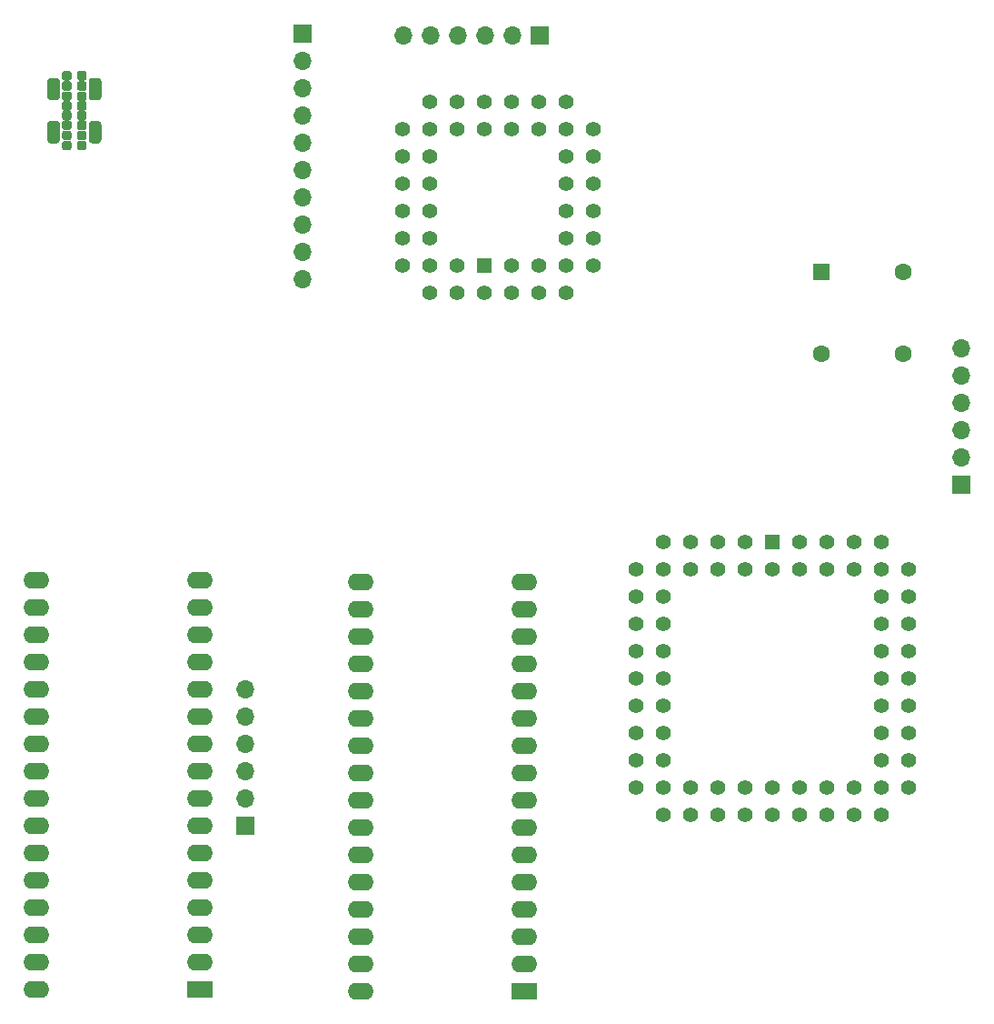
<source format=gbs>
G04 #@! TF.GenerationSoftware,KiCad,Pcbnew,8.0.8-8.0.8-0~ubuntu24.04.1*
G04 #@! TF.CreationDate,2025-02-16T17:20:59-06:00*
G04 #@! TF.ProjectId,SingleBoardComputer,53696e67-6c65-4426-9f61-7264436f6d70,2.0*
G04 #@! TF.SameCoordinates,Original*
G04 #@! TF.FileFunction,Soldermask,Bot*
G04 #@! TF.FilePolarity,Negative*
%FSLAX46Y46*%
G04 Gerber Fmt 4.6, Leading zero omitted, Abs format (unit mm)*
G04 Created by KiCad (PCBNEW 8.0.8-8.0.8-0~ubuntu24.04.1) date 2025-02-16 17:20:59*
%MOMM*%
%LPD*%
G01*
G04 APERTURE LIST*
%ADD10C,0.010000*%
%ADD11R,1.700000X1.700000*%
%ADD12O,1.700000X1.700000*%
%ADD13R,2.400000X1.600000*%
%ADD14O,2.400000X1.600000*%
%ADD15R,1.422400X1.422400*%
%ADD16C,1.422400*%
%ADD17R,1.600000X1.600000*%
%ADD18C,1.600000*%
G04 APERTURE END LIST*
D10*
X109967200Y-50842200D02*
X109985200Y-50844200D01*
X110003200Y-50848200D01*
X110021200Y-50852200D01*
X110038200Y-50857200D01*
X110055200Y-50863200D01*
X110072200Y-50870200D01*
X110089200Y-50878200D01*
X110105200Y-50887200D01*
X110121200Y-50896200D01*
X110136200Y-50907200D01*
X110150200Y-50918200D01*
X110164200Y-50930200D01*
X110177200Y-50943200D01*
X110190200Y-50956200D01*
X110202200Y-50970200D01*
X110213200Y-50984200D01*
X110224200Y-50999200D01*
X110233200Y-51015200D01*
X110242200Y-51031200D01*
X110250200Y-51048200D01*
X110257200Y-51065200D01*
X110263200Y-51082200D01*
X110268200Y-51099200D01*
X110272200Y-51117200D01*
X110276200Y-51135200D01*
X110278200Y-51153200D01*
X110280200Y-51172200D01*
X110280200Y-51190200D01*
X110280200Y-52490200D01*
X110280200Y-52508200D01*
X110278200Y-52527200D01*
X110276200Y-52545200D01*
X110272200Y-52563200D01*
X110268200Y-52581200D01*
X110263200Y-52598200D01*
X110257200Y-52615200D01*
X110250200Y-52632200D01*
X110242200Y-52649200D01*
X110233200Y-52665200D01*
X110224200Y-52681200D01*
X110213200Y-52696200D01*
X110202200Y-52710200D01*
X110190200Y-52724200D01*
X110177200Y-52737200D01*
X110164200Y-52750200D01*
X110150200Y-52762200D01*
X110136200Y-52773200D01*
X110121200Y-52784200D01*
X110105200Y-52793200D01*
X110089200Y-52802200D01*
X110072200Y-52810200D01*
X110055200Y-52817200D01*
X110038200Y-52823200D01*
X110021200Y-52828200D01*
X110003200Y-52832200D01*
X109985200Y-52836200D01*
X109967200Y-52838200D01*
X109948200Y-52840200D01*
X109930200Y-52840200D01*
X109530200Y-52840200D01*
X109512200Y-52840200D01*
X109493200Y-52838200D01*
X109475200Y-52836200D01*
X109457200Y-52832200D01*
X109439200Y-52828200D01*
X109422200Y-52823200D01*
X109405200Y-52817200D01*
X109388200Y-52810200D01*
X109371200Y-52802200D01*
X109355200Y-52793200D01*
X109339200Y-52784200D01*
X109324200Y-52773200D01*
X109310200Y-52762200D01*
X109296200Y-52750200D01*
X109283200Y-52737200D01*
X109270200Y-52724200D01*
X109258200Y-52710200D01*
X109247200Y-52696200D01*
X109236200Y-52681200D01*
X109227200Y-52665200D01*
X109218200Y-52649200D01*
X109210200Y-52632200D01*
X109203200Y-52615200D01*
X109197200Y-52598200D01*
X109192200Y-52581200D01*
X109188200Y-52563200D01*
X109184200Y-52545200D01*
X109182200Y-52527200D01*
X109180200Y-52508200D01*
X109180200Y-52490200D01*
X109180200Y-51190200D01*
X109180200Y-51172200D01*
X109182200Y-51153200D01*
X109184200Y-51135200D01*
X109188200Y-51117200D01*
X109192200Y-51099200D01*
X109197200Y-51082200D01*
X109203200Y-51065200D01*
X109210200Y-51048200D01*
X109218200Y-51031200D01*
X109227200Y-51015200D01*
X109236200Y-50999200D01*
X109247200Y-50984200D01*
X109258200Y-50970200D01*
X109270200Y-50956200D01*
X109283200Y-50943200D01*
X109296200Y-50930200D01*
X109310200Y-50918200D01*
X109324200Y-50907200D01*
X109339200Y-50896200D01*
X109355200Y-50887200D01*
X109371200Y-50878200D01*
X109388200Y-50870200D01*
X109405200Y-50863200D01*
X109422200Y-50857200D01*
X109439200Y-50852200D01*
X109457200Y-50848200D01*
X109475200Y-50844200D01*
X109493200Y-50842200D01*
X109512200Y-50840200D01*
X109530200Y-50840200D01*
X109930200Y-50840200D01*
X109948200Y-50840200D01*
X109967200Y-50842200D01*
G36*
X109967200Y-50842200D02*
G01*
X109985200Y-50844200D01*
X110003200Y-50848200D01*
X110021200Y-50852200D01*
X110038200Y-50857200D01*
X110055200Y-50863200D01*
X110072200Y-50870200D01*
X110089200Y-50878200D01*
X110105200Y-50887200D01*
X110121200Y-50896200D01*
X110136200Y-50907200D01*
X110150200Y-50918200D01*
X110164200Y-50930200D01*
X110177200Y-50943200D01*
X110190200Y-50956200D01*
X110202200Y-50970200D01*
X110213200Y-50984200D01*
X110224200Y-50999200D01*
X110233200Y-51015200D01*
X110242200Y-51031200D01*
X110250200Y-51048200D01*
X110257200Y-51065200D01*
X110263200Y-51082200D01*
X110268200Y-51099200D01*
X110272200Y-51117200D01*
X110276200Y-51135200D01*
X110278200Y-51153200D01*
X110280200Y-51172200D01*
X110280200Y-51190200D01*
X110280200Y-52490200D01*
X110280200Y-52508200D01*
X110278200Y-52527200D01*
X110276200Y-52545200D01*
X110272200Y-52563200D01*
X110268200Y-52581200D01*
X110263200Y-52598200D01*
X110257200Y-52615200D01*
X110250200Y-52632200D01*
X110242200Y-52649200D01*
X110233200Y-52665200D01*
X110224200Y-52681200D01*
X110213200Y-52696200D01*
X110202200Y-52710200D01*
X110190200Y-52724200D01*
X110177200Y-52737200D01*
X110164200Y-52750200D01*
X110150200Y-52762200D01*
X110136200Y-52773200D01*
X110121200Y-52784200D01*
X110105200Y-52793200D01*
X110089200Y-52802200D01*
X110072200Y-52810200D01*
X110055200Y-52817200D01*
X110038200Y-52823200D01*
X110021200Y-52828200D01*
X110003200Y-52832200D01*
X109985200Y-52836200D01*
X109967200Y-52838200D01*
X109948200Y-52840200D01*
X109930200Y-52840200D01*
X109530200Y-52840200D01*
X109512200Y-52840200D01*
X109493200Y-52838200D01*
X109475200Y-52836200D01*
X109457200Y-52832200D01*
X109439200Y-52828200D01*
X109422200Y-52823200D01*
X109405200Y-52817200D01*
X109388200Y-52810200D01*
X109371200Y-52802200D01*
X109355200Y-52793200D01*
X109339200Y-52784200D01*
X109324200Y-52773200D01*
X109310200Y-52762200D01*
X109296200Y-52750200D01*
X109283200Y-52737200D01*
X109270200Y-52724200D01*
X109258200Y-52710200D01*
X109247200Y-52696200D01*
X109236200Y-52681200D01*
X109227200Y-52665200D01*
X109218200Y-52649200D01*
X109210200Y-52632200D01*
X109203200Y-52615200D01*
X109197200Y-52598200D01*
X109192200Y-52581200D01*
X109188200Y-52563200D01*
X109184200Y-52545200D01*
X109182200Y-52527200D01*
X109180200Y-52508200D01*
X109180200Y-52490200D01*
X109180200Y-51190200D01*
X109180200Y-51172200D01*
X109182200Y-51153200D01*
X109184200Y-51135200D01*
X109188200Y-51117200D01*
X109192200Y-51099200D01*
X109197200Y-51082200D01*
X109203200Y-51065200D01*
X109210200Y-51048200D01*
X109218200Y-51031200D01*
X109227200Y-51015200D01*
X109236200Y-50999200D01*
X109247200Y-50984200D01*
X109258200Y-50970200D01*
X109270200Y-50956200D01*
X109283200Y-50943200D01*
X109296200Y-50930200D01*
X109310200Y-50918200D01*
X109324200Y-50907200D01*
X109339200Y-50896200D01*
X109355200Y-50887200D01*
X109371200Y-50878200D01*
X109388200Y-50870200D01*
X109405200Y-50863200D01*
X109422200Y-50857200D01*
X109439200Y-50852200D01*
X109457200Y-50848200D01*
X109475200Y-50844200D01*
X109493200Y-50842200D01*
X109512200Y-50840200D01*
X109530200Y-50840200D01*
X109930200Y-50840200D01*
X109948200Y-50840200D01*
X109967200Y-50842200D01*
G37*
X109967200Y-54842200D02*
X109985200Y-54844200D01*
X110003200Y-54848200D01*
X110021200Y-54852200D01*
X110038200Y-54857200D01*
X110055200Y-54863200D01*
X110072200Y-54870200D01*
X110089200Y-54878200D01*
X110105200Y-54887200D01*
X110121200Y-54896200D01*
X110136200Y-54907200D01*
X110150200Y-54918200D01*
X110164200Y-54930200D01*
X110177200Y-54943200D01*
X110190200Y-54956200D01*
X110202200Y-54970200D01*
X110213200Y-54984200D01*
X110224200Y-54999200D01*
X110233200Y-55015200D01*
X110242200Y-55031200D01*
X110250200Y-55048200D01*
X110257200Y-55065200D01*
X110263200Y-55082200D01*
X110268200Y-55099200D01*
X110272200Y-55117200D01*
X110276200Y-55135200D01*
X110278200Y-55153200D01*
X110280200Y-55172200D01*
X110280200Y-55190200D01*
X110280200Y-56490200D01*
X110280200Y-56508200D01*
X110278200Y-56527200D01*
X110276200Y-56545200D01*
X110272200Y-56563200D01*
X110268200Y-56581200D01*
X110263200Y-56598200D01*
X110257200Y-56615200D01*
X110250200Y-56632200D01*
X110242200Y-56649200D01*
X110233200Y-56665200D01*
X110224200Y-56681200D01*
X110213200Y-56696200D01*
X110202200Y-56710200D01*
X110190200Y-56724200D01*
X110177200Y-56737200D01*
X110164200Y-56750200D01*
X110150200Y-56762200D01*
X110136200Y-56773200D01*
X110121200Y-56784200D01*
X110105200Y-56793200D01*
X110089200Y-56802200D01*
X110072200Y-56810200D01*
X110055200Y-56817200D01*
X110038200Y-56823200D01*
X110021200Y-56828200D01*
X110003200Y-56832200D01*
X109985200Y-56836200D01*
X109967200Y-56838200D01*
X109948200Y-56840200D01*
X109930200Y-56840200D01*
X109530200Y-56840200D01*
X109512200Y-56840200D01*
X109493200Y-56838200D01*
X109475200Y-56836200D01*
X109457200Y-56832200D01*
X109439200Y-56828200D01*
X109422200Y-56823200D01*
X109405200Y-56817200D01*
X109388200Y-56810200D01*
X109371200Y-56802200D01*
X109355200Y-56793200D01*
X109339200Y-56784200D01*
X109324200Y-56773200D01*
X109310200Y-56762200D01*
X109296200Y-56750200D01*
X109283200Y-56737200D01*
X109270200Y-56724200D01*
X109258200Y-56710200D01*
X109247200Y-56696200D01*
X109236200Y-56681200D01*
X109227200Y-56665200D01*
X109218200Y-56649200D01*
X109210200Y-56632200D01*
X109203200Y-56615200D01*
X109197200Y-56598200D01*
X109192200Y-56581200D01*
X109188200Y-56563200D01*
X109184200Y-56545200D01*
X109182200Y-56527200D01*
X109180200Y-56508200D01*
X109180200Y-56490200D01*
X109180200Y-55190200D01*
X109180200Y-55172200D01*
X109182200Y-55153200D01*
X109184200Y-55135200D01*
X109188200Y-55117200D01*
X109192200Y-55099200D01*
X109197200Y-55082200D01*
X109203200Y-55065200D01*
X109210200Y-55048200D01*
X109218200Y-55031200D01*
X109227200Y-55015200D01*
X109236200Y-54999200D01*
X109247200Y-54984200D01*
X109258200Y-54970200D01*
X109270200Y-54956200D01*
X109283200Y-54943200D01*
X109296200Y-54930200D01*
X109310200Y-54918200D01*
X109324200Y-54907200D01*
X109339200Y-54896200D01*
X109355200Y-54887200D01*
X109371200Y-54878200D01*
X109388200Y-54870200D01*
X109405200Y-54863200D01*
X109422200Y-54857200D01*
X109439200Y-54852200D01*
X109457200Y-54848200D01*
X109475200Y-54844200D01*
X109493200Y-54842200D01*
X109512200Y-54840200D01*
X109530200Y-54840200D01*
X109930200Y-54840200D01*
X109948200Y-54840200D01*
X109967200Y-54842200D01*
G36*
X109967200Y-54842200D02*
G01*
X109985200Y-54844200D01*
X110003200Y-54848200D01*
X110021200Y-54852200D01*
X110038200Y-54857200D01*
X110055200Y-54863200D01*
X110072200Y-54870200D01*
X110089200Y-54878200D01*
X110105200Y-54887200D01*
X110121200Y-54896200D01*
X110136200Y-54907200D01*
X110150200Y-54918200D01*
X110164200Y-54930200D01*
X110177200Y-54943200D01*
X110190200Y-54956200D01*
X110202200Y-54970200D01*
X110213200Y-54984200D01*
X110224200Y-54999200D01*
X110233200Y-55015200D01*
X110242200Y-55031200D01*
X110250200Y-55048200D01*
X110257200Y-55065200D01*
X110263200Y-55082200D01*
X110268200Y-55099200D01*
X110272200Y-55117200D01*
X110276200Y-55135200D01*
X110278200Y-55153200D01*
X110280200Y-55172200D01*
X110280200Y-55190200D01*
X110280200Y-56490200D01*
X110280200Y-56508200D01*
X110278200Y-56527200D01*
X110276200Y-56545200D01*
X110272200Y-56563200D01*
X110268200Y-56581200D01*
X110263200Y-56598200D01*
X110257200Y-56615200D01*
X110250200Y-56632200D01*
X110242200Y-56649200D01*
X110233200Y-56665200D01*
X110224200Y-56681200D01*
X110213200Y-56696200D01*
X110202200Y-56710200D01*
X110190200Y-56724200D01*
X110177200Y-56737200D01*
X110164200Y-56750200D01*
X110150200Y-56762200D01*
X110136200Y-56773200D01*
X110121200Y-56784200D01*
X110105200Y-56793200D01*
X110089200Y-56802200D01*
X110072200Y-56810200D01*
X110055200Y-56817200D01*
X110038200Y-56823200D01*
X110021200Y-56828200D01*
X110003200Y-56832200D01*
X109985200Y-56836200D01*
X109967200Y-56838200D01*
X109948200Y-56840200D01*
X109930200Y-56840200D01*
X109530200Y-56840200D01*
X109512200Y-56840200D01*
X109493200Y-56838200D01*
X109475200Y-56836200D01*
X109457200Y-56832200D01*
X109439200Y-56828200D01*
X109422200Y-56823200D01*
X109405200Y-56817200D01*
X109388200Y-56810200D01*
X109371200Y-56802200D01*
X109355200Y-56793200D01*
X109339200Y-56784200D01*
X109324200Y-56773200D01*
X109310200Y-56762200D01*
X109296200Y-56750200D01*
X109283200Y-56737200D01*
X109270200Y-56724200D01*
X109258200Y-56710200D01*
X109247200Y-56696200D01*
X109236200Y-56681200D01*
X109227200Y-56665200D01*
X109218200Y-56649200D01*
X109210200Y-56632200D01*
X109203200Y-56615200D01*
X109197200Y-56598200D01*
X109192200Y-56581200D01*
X109188200Y-56563200D01*
X109184200Y-56545200D01*
X109182200Y-56527200D01*
X109180200Y-56508200D01*
X109180200Y-56490200D01*
X109180200Y-55190200D01*
X109180200Y-55172200D01*
X109182200Y-55153200D01*
X109184200Y-55135200D01*
X109188200Y-55117200D01*
X109192200Y-55099200D01*
X109197200Y-55082200D01*
X109203200Y-55065200D01*
X109210200Y-55048200D01*
X109218200Y-55031200D01*
X109227200Y-55015200D01*
X109236200Y-54999200D01*
X109247200Y-54984200D01*
X109258200Y-54970200D01*
X109270200Y-54956200D01*
X109283200Y-54943200D01*
X109296200Y-54930200D01*
X109310200Y-54918200D01*
X109324200Y-54907200D01*
X109339200Y-54896200D01*
X109355200Y-54887200D01*
X109371200Y-54878200D01*
X109388200Y-54870200D01*
X109405200Y-54863200D01*
X109422200Y-54857200D01*
X109439200Y-54852200D01*
X109457200Y-54848200D01*
X109475200Y-54844200D01*
X109493200Y-54842200D01*
X109512200Y-54840200D01*
X109530200Y-54840200D01*
X109930200Y-54840200D01*
X109948200Y-54840200D01*
X109967200Y-54842200D01*
G37*
X111136200Y-53891200D02*
X111149200Y-53893200D01*
X111162200Y-53895200D01*
X111175200Y-53899200D01*
X111187200Y-53902200D01*
X111200200Y-53907200D01*
X111212200Y-53912200D01*
X111223200Y-53917200D01*
X111235200Y-53923200D01*
X111246200Y-53930200D01*
X111257200Y-53938200D01*
X111267200Y-53946200D01*
X111277200Y-53954200D01*
X111287200Y-53963200D01*
X111296200Y-53973200D01*
X111304200Y-53983200D01*
X111312200Y-53993200D01*
X111320200Y-54004200D01*
X111327200Y-54015200D01*
X111333200Y-54027200D01*
X111338200Y-54038200D01*
X111343200Y-54050200D01*
X111348200Y-54063200D01*
X111351200Y-54075200D01*
X111355200Y-54088200D01*
X111357200Y-54101200D01*
X111359200Y-54114200D01*
X111360200Y-54127200D01*
X111360200Y-54140200D01*
X111360200Y-54440200D01*
X111360200Y-54453200D01*
X111359200Y-54466200D01*
X111357200Y-54479200D01*
X111355200Y-54492200D01*
X111351200Y-54505200D01*
X111348200Y-54517200D01*
X111343200Y-54530200D01*
X111338200Y-54542200D01*
X111333200Y-54553200D01*
X111327200Y-54565200D01*
X111320200Y-54576200D01*
X111312200Y-54587200D01*
X111304200Y-54597200D01*
X111296200Y-54607200D01*
X111287200Y-54617200D01*
X111277200Y-54626200D01*
X111267200Y-54634200D01*
X111257200Y-54642200D01*
X111246200Y-54650200D01*
X111235200Y-54657200D01*
X111223200Y-54663200D01*
X111212200Y-54668200D01*
X111200200Y-54673200D01*
X111187200Y-54678200D01*
X111175200Y-54681200D01*
X111162200Y-54685200D01*
X111149200Y-54687200D01*
X111136200Y-54689200D01*
X111123200Y-54690200D01*
X111110200Y-54690200D01*
X110810200Y-54690200D01*
X110797200Y-54690200D01*
X110784200Y-54689200D01*
X110771200Y-54687200D01*
X110758200Y-54685200D01*
X110745200Y-54681200D01*
X110733200Y-54678200D01*
X110720200Y-54673200D01*
X110708200Y-54668200D01*
X110697200Y-54663200D01*
X110685200Y-54657200D01*
X110674200Y-54650200D01*
X110663200Y-54642200D01*
X110653200Y-54634200D01*
X110643200Y-54626200D01*
X110633200Y-54617200D01*
X110624200Y-54607200D01*
X110616200Y-54597200D01*
X110608200Y-54587200D01*
X110600200Y-54576200D01*
X110593200Y-54565200D01*
X110587200Y-54553200D01*
X110582200Y-54542200D01*
X110577200Y-54530200D01*
X110572200Y-54517200D01*
X110569200Y-54505200D01*
X110565200Y-54492200D01*
X110563200Y-54479200D01*
X110561200Y-54466200D01*
X110560200Y-54453200D01*
X110560200Y-54440200D01*
X110560200Y-54140200D01*
X110560200Y-54127200D01*
X110561200Y-54114200D01*
X110563200Y-54101200D01*
X110565200Y-54088200D01*
X110569200Y-54075200D01*
X110572200Y-54063200D01*
X110577200Y-54050200D01*
X110582200Y-54038200D01*
X110587200Y-54027200D01*
X110593200Y-54015200D01*
X110600200Y-54004200D01*
X110608200Y-53993200D01*
X110616200Y-53983200D01*
X110624200Y-53973200D01*
X110633200Y-53963200D01*
X110643200Y-53954200D01*
X110653200Y-53946200D01*
X110663200Y-53938200D01*
X110674200Y-53930200D01*
X110685200Y-53923200D01*
X110697200Y-53917200D01*
X110708200Y-53912200D01*
X110720200Y-53907200D01*
X110733200Y-53902200D01*
X110745200Y-53899200D01*
X110758200Y-53895200D01*
X110771200Y-53893200D01*
X110784200Y-53891200D01*
X110797200Y-53890200D01*
X110810200Y-53890200D01*
X111110200Y-53890200D01*
X111123200Y-53890200D01*
X111136200Y-53891200D01*
G36*
X111136200Y-53891200D02*
G01*
X111149200Y-53893200D01*
X111162200Y-53895200D01*
X111175200Y-53899200D01*
X111187200Y-53902200D01*
X111200200Y-53907200D01*
X111212200Y-53912200D01*
X111223200Y-53917200D01*
X111235200Y-53923200D01*
X111246200Y-53930200D01*
X111257200Y-53938200D01*
X111267200Y-53946200D01*
X111277200Y-53954200D01*
X111287200Y-53963200D01*
X111296200Y-53973200D01*
X111304200Y-53983200D01*
X111312200Y-53993200D01*
X111320200Y-54004200D01*
X111327200Y-54015200D01*
X111333200Y-54027200D01*
X111338200Y-54038200D01*
X111343200Y-54050200D01*
X111348200Y-54063200D01*
X111351200Y-54075200D01*
X111355200Y-54088200D01*
X111357200Y-54101200D01*
X111359200Y-54114200D01*
X111360200Y-54127200D01*
X111360200Y-54140200D01*
X111360200Y-54440200D01*
X111360200Y-54453200D01*
X111359200Y-54466200D01*
X111357200Y-54479200D01*
X111355200Y-54492200D01*
X111351200Y-54505200D01*
X111348200Y-54517200D01*
X111343200Y-54530200D01*
X111338200Y-54542200D01*
X111333200Y-54553200D01*
X111327200Y-54565200D01*
X111320200Y-54576200D01*
X111312200Y-54587200D01*
X111304200Y-54597200D01*
X111296200Y-54607200D01*
X111287200Y-54617200D01*
X111277200Y-54626200D01*
X111267200Y-54634200D01*
X111257200Y-54642200D01*
X111246200Y-54650200D01*
X111235200Y-54657200D01*
X111223200Y-54663200D01*
X111212200Y-54668200D01*
X111200200Y-54673200D01*
X111187200Y-54678200D01*
X111175200Y-54681200D01*
X111162200Y-54685200D01*
X111149200Y-54687200D01*
X111136200Y-54689200D01*
X111123200Y-54690200D01*
X111110200Y-54690200D01*
X110810200Y-54690200D01*
X110797200Y-54690200D01*
X110784200Y-54689200D01*
X110771200Y-54687200D01*
X110758200Y-54685200D01*
X110745200Y-54681200D01*
X110733200Y-54678200D01*
X110720200Y-54673200D01*
X110708200Y-54668200D01*
X110697200Y-54663200D01*
X110685200Y-54657200D01*
X110674200Y-54650200D01*
X110663200Y-54642200D01*
X110653200Y-54634200D01*
X110643200Y-54626200D01*
X110633200Y-54617200D01*
X110624200Y-54607200D01*
X110616200Y-54597200D01*
X110608200Y-54587200D01*
X110600200Y-54576200D01*
X110593200Y-54565200D01*
X110587200Y-54553200D01*
X110582200Y-54542200D01*
X110577200Y-54530200D01*
X110572200Y-54517200D01*
X110569200Y-54505200D01*
X110565200Y-54492200D01*
X110563200Y-54479200D01*
X110561200Y-54466200D01*
X110560200Y-54453200D01*
X110560200Y-54440200D01*
X110560200Y-54140200D01*
X110560200Y-54127200D01*
X110561200Y-54114200D01*
X110563200Y-54101200D01*
X110565200Y-54088200D01*
X110569200Y-54075200D01*
X110572200Y-54063200D01*
X110577200Y-54050200D01*
X110582200Y-54038200D01*
X110587200Y-54027200D01*
X110593200Y-54015200D01*
X110600200Y-54004200D01*
X110608200Y-53993200D01*
X110616200Y-53983200D01*
X110624200Y-53973200D01*
X110633200Y-53963200D01*
X110643200Y-53954200D01*
X110653200Y-53946200D01*
X110663200Y-53938200D01*
X110674200Y-53930200D01*
X110685200Y-53923200D01*
X110697200Y-53917200D01*
X110708200Y-53912200D01*
X110720200Y-53907200D01*
X110733200Y-53902200D01*
X110745200Y-53899200D01*
X110758200Y-53895200D01*
X110771200Y-53893200D01*
X110784200Y-53891200D01*
X110797200Y-53890200D01*
X110810200Y-53890200D01*
X111110200Y-53890200D01*
X111123200Y-53890200D01*
X111136200Y-53891200D01*
G37*
X111136200Y-54791200D02*
X111149200Y-54793200D01*
X111162200Y-54795200D01*
X111175200Y-54799200D01*
X111187200Y-54802200D01*
X111200200Y-54807200D01*
X111212200Y-54812200D01*
X111223200Y-54817200D01*
X111235200Y-54823200D01*
X111246200Y-54830200D01*
X111257200Y-54838200D01*
X111267200Y-54846200D01*
X111277200Y-54854200D01*
X111287200Y-54863200D01*
X111296200Y-54873200D01*
X111304200Y-54883200D01*
X111312200Y-54893200D01*
X111320200Y-54904200D01*
X111327200Y-54915200D01*
X111333200Y-54927200D01*
X111338200Y-54938200D01*
X111343200Y-54950200D01*
X111348200Y-54963200D01*
X111351200Y-54975200D01*
X111355200Y-54988200D01*
X111357200Y-55001200D01*
X111359200Y-55014200D01*
X111360200Y-55027200D01*
X111360200Y-55040200D01*
X111360200Y-55340200D01*
X111360200Y-55353200D01*
X111359200Y-55366200D01*
X111357200Y-55379200D01*
X111355200Y-55392200D01*
X111351200Y-55405200D01*
X111348200Y-55417200D01*
X111343200Y-55430200D01*
X111338200Y-55442200D01*
X111333200Y-55453200D01*
X111327200Y-55465200D01*
X111320200Y-55476200D01*
X111312200Y-55487200D01*
X111304200Y-55497200D01*
X111296200Y-55507200D01*
X111287200Y-55517200D01*
X111277200Y-55526200D01*
X111267200Y-55534200D01*
X111257200Y-55542200D01*
X111246200Y-55550200D01*
X111235200Y-55557200D01*
X111223200Y-55563200D01*
X111212200Y-55568200D01*
X111200200Y-55573200D01*
X111187200Y-55578200D01*
X111175200Y-55581200D01*
X111162200Y-55585200D01*
X111149200Y-55587200D01*
X111136200Y-55589200D01*
X111123200Y-55590200D01*
X111110200Y-55590200D01*
X110810200Y-55590200D01*
X110797200Y-55590200D01*
X110784200Y-55589200D01*
X110771200Y-55587200D01*
X110758200Y-55585200D01*
X110745200Y-55581200D01*
X110733200Y-55578200D01*
X110720200Y-55573200D01*
X110708200Y-55568200D01*
X110697200Y-55563200D01*
X110685200Y-55557200D01*
X110674200Y-55550200D01*
X110663200Y-55542200D01*
X110653200Y-55534200D01*
X110643200Y-55526200D01*
X110633200Y-55517200D01*
X110624200Y-55507200D01*
X110616200Y-55497200D01*
X110608200Y-55487200D01*
X110600200Y-55476200D01*
X110593200Y-55465200D01*
X110587200Y-55453200D01*
X110582200Y-55442200D01*
X110577200Y-55430200D01*
X110572200Y-55417200D01*
X110569200Y-55405200D01*
X110565200Y-55392200D01*
X110563200Y-55379200D01*
X110561200Y-55366200D01*
X110560200Y-55353200D01*
X110560200Y-55340200D01*
X110560200Y-55040200D01*
X110560200Y-55027200D01*
X110561200Y-55014200D01*
X110563200Y-55001200D01*
X110565200Y-54988200D01*
X110569200Y-54975200D01*
X110572200Y-54963200D01*
X110577200Y-54950200D01*
X110582200Y-54938200D01*
X110587200Y-54927200D01*
X110593200Y-54915200D01*
X110600200Y-54904200D01*
X110608200Y-54893200D01*
X110616200Y-54883200D01*
X110624200Y-54873200D01*
X110633200Y-54863200D01*
X110643200Y-54854200D01*
X110653200Y-54846200D01*
X110663200Y-54838200D01*
X110674200Y-54830200D01*
X110685200Y-54823200D01*
X110697200Y-54817200D01*
X110708200Y-54812200D01*
X110720200Y-54807200D01*
X110733200Y-54802200D01*
X110745200Y-54799200D01*
X110758200Y-54795200D01*
X110771200Y-54793200D01*
X110784200Y-54791200D01*
X110797200Y-54790200D01*
X110810200Y-54790200D01*
X111110200Y-54790200D01*
X111123200Y-54790200D01*
X111136200Y-54791200D01*
G36*
X111136200Y-54791200D02*
G01*
X111149200Y-54793200D01*
X111162200Y-54795200D01*
X111175200Y-54799200D01*
X111187200Y-54802200D01*
X111200200Y-54807200D01*
X111212200Y-54812200D01*
X111223200Y-54817200D01*
X111235200Y-54823200D01*
X111246200Y-54830200D01*
X111257200Y-54838200D01*
X111267200Y-54846200D01*
X111277200Y-54854200D01*
X111287200Y-54863200D01*
X111296200Y-54873200D01*
X111304200Y-54883200D01*
X111312200Y-54893200D01*
X111320200Y-54904200D01*
X111327200Y-54915200D01*
X111333200Y-54927200D01*
X111338200Y-54938200D01*
X111343200Y-54950200D01*
X111348200Y-54963200D01*
X111351200Y-54975200D01*
X111355200Y-54988200D01*
X111357200Y-55001200D01*
X111359200Y-55014200D01*
X111360200Y-55027200D01*
X111360200Y-55040200D01*
X111360200Y-55340200D01*
X111360200Y-55353200D01*
X111359200Y-55366200D01*
X111357200Y-55379200D01*
X111355200Y-55392200D01*
X111351200Y-55405200D01*
X111348200Y-55417200D01*
X111343200Y-55430200D01*
X111338200Y-55442200D01*
X111333200Y-55453200D01*
X111327200Y-55465200D01*
X111320200Y-55476200D01*
X111312200Y-55487200D01*
X111304200Y-55497200D01*
X111296200Y-55507200D01*
X111287200Y-55517200D01*
X111277200Y-55526200D01*
X111267200Y-55534200D01*
X111257200Y-55542200D01*
X111246200Y-55550200D01*
X111235200Y-55557200D01*
X111223200Y-55563200D01*
X111212200Y-55568200D01*
X111200200Y-55573200D01*
X111187200Y-55578200D01*
X111175200Y-55581200D01*
X111162200Y-55585200D01*
X111149200Y-55587200D01*
X111136200Y-55589200D01*
X111123200Y-55590200D01*
X111110200Y-55590200D01*
X110810200Y-55590200D01*
X110797200Y-55590200D01*
X110784200Y-55589200D01*
X110771200Y-55587200D01*
X110758200Y-55585200D01*
X110745200Y-55581200D01*
X110733200Y-55578200D01*
X110720200Y-55573200D01*
X110708200Y-55568200D01*
X110697200Y-55563200D01*
X110685200Y-55557200D01*
X110674200Y-55550200D01*
X110663200Y-55542200D01*
X110653200Y-55534200D01*
X110643200Y-55526200D01*
X110633200Y-55517200D01*
X110624200Y-55507200D01*
X110616200Y-55497200D01*
X110608200Y-55487200D01*
X110600200Y-55476200D01*
X110593200Y-55465200D01*
X110587200Y-55453200D01*
X110582200Y-55442200D01*
X110577200Y-55430200D01*
X110572200Y-55417200D01*
X110569200Y-55405200D01*
X110565200Y-55392200D01*
X110563200Y-55379200D01*
X110561200Y-55366200D01*
X110560200Y-55353200D01*
X110560200Y-55340200D01*
X110560200Y-55040200D01*
X110560200Y-55027200D01*
X110561200Y-55014200D01*
X110563200Y-55001200D01*
X110565200Y-54988200D01*
X110569200Y-54975200D01*
X110572200Y-54963200D01*
X110577200Y-54950200D01*
X110582200Y-54938200D01*
X110587200Y-54927200D01*
X110593200Y-54915200D01*
X110600200Y-54904200D01*
X110608200Y-54893200D01*
X110616200Y-54883200D01*
X110624200Y-54873200D01*
X110633200Y-54863200D01*
X110643200Y-54854200D01*
X110653200Y-54846200D01*
X110663200Y-54838200D01*
X110674200Y-54830200D01*
X110685200Y-54823200D01*
X110697200Y-54817200D01*
X110708200Y-54812200D01*
X110720200Y-54807200D01*
X110733200Y-54802200D01*
X110745200Y-54799200D01*
X110758200Y-54795200D01*
X110771200Y-54793200D01*
X110784200Y-54791200D01*
X110797200Y-54790200D01*
X110810200Y-54790200D01*
X111110200Y-54790200D01*
X111123200Y-54790200D01*
X111136200Y-54791200D01*
G37*
X111136200Y-55741200D02*
X111149200Y-55743200D01*
X111162200Y-55745200D01*
X111175200Y-55749200D01*
X111187200Y-55752200D01*
X111200200Y-55757200D01*
X111212200Y-55762200D01*
X111223200Y-55767200D01*
X111235200Y-55773200D01*
X111246200Y-55780200D01*
X111257200Y-55788200D01*
X111267200Y-55796200D01*
X111277200Y-55804200D01*
X111287200Y-55813200D01*
X111296200Y-55823200D01*
X111304200Y-55833200D01*
X111312200Y-55843200D01*
X111320200Y-55854200D01*
X111327200Y-55865200D01*
X111333200Y-55877200D01*
X111338200Y-55888200D01*
X111343200Y-55900200D01*
X111348200Y-55913200D01*
X111351200Y-55925200D01*
X111355200Y-55938200D01*
X111357200Y-55951200D01*
X111359200Y-55964200D01*
X111360200Y-55977200D01*
X111360200Y-55990200D01*
X111360200Y-56290200D01*
X111360200Y-56303200D01*
X111359200Y-56316200D01*
X111357200Y-56329200D01*
X111355200Y-56342200D01*
X111351200Y-56355200D01*
X111348200Y-56367200D01*
X111343200Y-56380200D01*
X111338200Y-56392200D01*
X111333200Y-56403200D01*
X111327200Y-56415200D01*
X111320200Y-56426200D01*
X111312200Y-56437200D01*
X111304200Y-56447200D01*
X111296200Y-56457200D01*
X111287200Y-56467200D01*
X111277200Y-56476200D01*
X111267200Y-56484200D01*
X111257200Y-56492200D01*
X111246200Y-56500200D01*
X111235200Y-56507200D01*
X111223200Y-56513200D01*
X111212200Y-56518200D01*
X111200200Y-56523200D01*
X111187200Y-56528200D01*
X111175200Y-56531200D01*
X111162200Y-56535200D01*
X111149200Y-56537200D01*
X111136200Y-56539200D01*
X111123200Y-56540200D01*
X111110200Y-56540200D01*
X110810200Y-56540200D01*
X110797200Y-56540200D01*
X110784200Y-56539200D01*
X110771200Y-56537200D01*
X110758200Y-56535200D01*
X110745200Y-56531200D01*
X110733200Y-56528200D01*
X110720200Y-56523200D01*
X110708200Y-56518200D01*
X110697200Y-56513200D01*
X110685200Y-56507200D01*
X110674200Y-56500200D01*
X110663200Y-56492200D01*
X110653200Y-56484200D01*
X110643200Y-56476200D01*
X110633200Y-56467200D01*
X110624200Y-56457200D01*
X110616200Y-56447200D01*
X110608200Y-56437200D01*
X110600200Y-56426200D01*
X110593200Y-56415200D01*
X110587200Y-56403200D01*
X110582200Y-56392200D01*
X110577200Y-56380200D01*
X110572200Y-56367200D01*
X110569200Y-56355200D01*
X110565200Y-56342200D01*
X110563200Y-56329200D01*
X110561200Y-56316200D01*
X110560200Y-56303200D01*
X110560200Y-56290200D01*
X110560200Y-55990200D01*
X110560200Y-55977200D01*
X110561200Y-55964200D01*
X110563200Y-55951200D01*
X110565200Y-55938200D01*
X110569200Y-55925200D01*
X110572200Y-55913200D01*
X110577200Y-55900200D01*
X110582200Y-55888200D01*
X110587200Y-55877200D01*
X110593200Y-55865200D01*
X110600200Y-55854200D01*
X110608200Y-55843200D01*
X110616200Y-55833200D01*
X110624200Y-55823200D01*
X110633200Y-55813200D01*
X110643200Y-55804200D01*
X110653200Y-55796200D01*
X110663200Y-55788200D01*
X110674200Y-55780200D01*
X110685200Y-55773200D01*
X110697200Y-55767200D01*
X110708200Y-55762200D01*
X110720200Y-55757200D01*
X110733200Y-55752200D01*
X110745200Y-55749200D01*
X110758200Y-55745200D01*
X110771200Y-55743200D01*
X110784200Y-55741200D01*
X110797200Y-55740200D01*
X110810200Y-55740200D01*
X111110200Y-55740200D01*
X111123200Y-55740200D01*
X111136200Y-55741200D01*
G36*
X111136200Y-55741200D02*
G01*
X111149200Y-55743200D01*
X111162200Y-55745200D01*
X111175200Y-55749200D01*
X111187200Y-55752200D01*
X111200200Y-55757200D01*
X111212200Y-55762200D01*
X111223200Y-55767200D01*
X111235200Y-55773200D01*
X111246200Y-55780200D01*
X111257200Y-55788200D01*
X111267200Y-55796200D01*
X111277200Y-55804200D01*
X111287200Y-55813200D01*
X111296200Y-55823200D01*
X111304200Y-55833200D01*
X111312200Y-55843200D01*
X111320200Y-55854200D01*
X111327200Y-55865200D01*
X111333200Y-55877200D01*
X111338200Y-55888200D01*
X111343200Y-55900200D01*
X111348200Y-55913200D01*
X111351200Y-55925200D01*
X111355200Y-55938200D01*
X111357200Y-55951200D01*
X111359200Y-55964200D01*
X111360200Y-55977200D01*
X111360200Y-55990200D01*
X111360200Y-56290200D01*
X111360200Y-56303200D01*
X111359200Y-56316200D01*
X111357200Y-56329200D01*
X111355200Y-56342200D01*
X111351200Y-56355200D01*
X111348200Y-56367200D01*
X111343200Y-56380200D01*
X111338200Y-56392200D01*
X111333200Y-56403200D01*
X111327200Y-56415200D01*
X111320200Y-56426200D01*
X111312200Y-56437200D01*
X111304200Y-56447200D01*
X111296200Y-56457200D01*
X111287200Y-56467200D01*
X111277200Y-56476200D01*
X111267200Y-56484200D01*
X111257200Y-56492200D01*
X111246200Y-56500200D01*
X111235200Y-56507200D01*
X111223200Y-56513200D01*
X111212200Y-56518200D01*
X111200200Y-56523200D01*
X111187200Y-56528200D01*
X111175200Y-56531200D01*
X111162200Y-56535200D01*
X111149200Y-56537200D01*
X111136200Y-56539200D01*
X111123200Y-56540200D01*
X111110200Y-56540200D01*
X110810200Y-56540200D01*
X110797200Y-56540200D01*
X110784200Y-56539200D01*
X110771200Y-56537200D01*
X110758200Y-56535200D01*
X110745200Y-56531200D01*
X110733200Y-56528200D01*
X110720200Y-56523200D01*
X110708200Y-56518200D01*
X110697200Y-56513200D01*
X110685200Y-56507200D01*
X110674200Y-56500200D01*
X110663200Y-56492200D01*
X110653200Y-56484200D01*
X110643200Y-56476200D01*
X110633200Y-56467200D01*
X110624200Y-56457200D01*
X110616200Y-56447200D01*
X110608200Y-56437200D01*
X110600200Y-56426200D01*
X110593200Y-56415200D01*
X110587200Y-56403200D01*
X110582200Y-56392200D01*
X110577200Y-56380200D01*
X110572200Y-56367200D01*
X110569200Y-56355200D01*
X110565200Y-56342200D01*
X110563200Y-56329200D01*
X110561200Y-56316200D01*
X110560200Y-56303200D01*
X110560200Y-56290200D01*
X110560200Y-55990200D01*
X110560200Y-55977200D01*
X110561200Y-55964200D01*
X110563200Y-55951200D01*
X110565200Y-55938200D01*
X110569200Y-55925200D01*
X110572200Y-55913200D01*
X110577200Y-55900200D01*
X110582200Y-55888200D01*
X110587200Y-55877200D01*
X110593200Y-55865200D01*
X110600200Y-55854200D01*
X110608200Y-55843200D01*
X110616200Y-55833200D01*
X110624200Y-55823200D01*
X110633200Y-55813200D01*
X110643200Y-55804200D01*
X110653200Y-55796200D01*
X110663200Y-55788200D01*
X110674200Y-55780200D01*
X110685200Y-55773200D01*
X110697200Y-55767200D01*
X110708200Y-55762200D01*
X110720200Y-55757200D01*
X110733200Y-55752200D01*
X110745200Y-55749200D01*
X110758200Y-55745200D01*
X110771200Y-55743200D01*
X110784200Y-55741200D01*
X110797200Y-55740200D01*
X110810200Y-55740200D01*
X111110200Y-55740200D01*
X111123200Y-55740200D01*
X111136200Y-55741200D01*
G37*
X111136200Y-56691200D02*
X111149200Y-56693200D01*
X111162200Y-56695200D01*
X111175200Y-56699200D01*
X111187200Y-56702200D01*
X111200200Y-56707200D01*
X111212200Y-56712200D01*
X111223200Y-56717200D01*
X111235200Y-56723200D01*
X111246200Y-56730200D01*
X111257200Y-56738200D01*
X111267200Y-56746200D01*
X111277200Y-56754200D01*
X111287200Y-56763200D01*
X111296200Y-56773200D01*
X111304200Y-56783200D01*
X111312200Y-56793200D01*
X111320200Y-56804200D01*
X111327200Y-56815200D01*
X111333200Y-56827200D01*
X111338200Y-56838200D01*
X111343200Y-56850200D01*
X111348200Y-56863200D01*
X111351200Y-56875200D01*
X111355200Y-56888200D01*
X111357200Y-56901200D01*
X111359200Y-56914200D01*
X111360200Y-56927200D01*
X111360200Y-56940200D01*
X111360200Y-57240200D01*
X111360200Y-57253200D01*
X111359200Y-57266200D01*
X111357200Y-57279200D01*
X111355200Y-57292200D01*
X111351200Y-57305200D01*
X111348200Y-57317200D01*
X111343200Y-57330200D01*
X111338200Y-57342200D01*
X111333200Y-57353200D01*
X111327200Y-57365200D01*
X111320200Y-57376200D01*
X111312200Y-57387200D01*
X111304200Y-57397200D01*
X111296200Y-57407200D01*
X111287200Y-57417200D01*
X111277200Y-57426200D01*
X111267200Y-57434200D01*
X111257200Y-57442200D01*
X111246200Y-57450200D01*
X111235200Y-57457200D01*
X111223200Y-57463200D01*
X111212200Y-57468200D01*
X111200200Y-57473200D01*
X111187200Y-57478200D01*
X111175200Y-57481200D01*
X111162200Y-57485200D01*
X111149200Y-57487200D01*
X111136200Y-57489200D01*
X111123200Y-57490200D01*
X111110200Y-57490200D01*
X110810200Y-57490200D01*
X110797200Y-57490200D01*
X110784200Y-57489200D01*
X110771200Y-57487200D01*
X110758200Y-57485200D01*
X110745200Y-57481200D01*
X110733200Y-57478200D01*
X110720200Y-57473200D01*
X110708200Y-57468200D01*
X110697200Y-57463200D01*
X110685200Y-57457200D01*
X110674200Y-57450200D01*
X110663200Y-57442200D01*
X110653200Y-57434200D01*
X110643200Y-57426200D01*
X110633200Y-57417200D01*
X110624200Y-57407200D01*
X110616200Y-57397200D01*
X110608200Y-57387200D01*
X110600200Y-57376200D01*
X110593200Y-57365200D01*
X110587200Y-57353200D01*
X110582200Y-57342200D01*
X110577200Y-57330200D01*
X110572200Y-57317200D01*
X110569200Y-57305200D01*
X110565200Y-57292200D01*
X110563200Y-57279200D01*
X110561200Y-57266200D01*
X110560200Y-57253200D01*
X110560200Y-57240200D01*
X110560200Y-56940200D01*
X110560200Y-56927200D01*
X110561200Y-56914200D01*
X110563200Y-56901200D01*
X110565200Y-56888200D01*
X110569200Y-56875200D01*
X110572200Y-56863200D01*
X110577200Y-56850200D01*
X110582200Y-56838200D01*
X110587200Y-56827200D01*
X110593200Y-56815200D01*
X110600200Y-56804200D01*
X110608200Y-56793200D01*
X110616200Y-56783200D01*
X110624200Y-56773200D01*
X110633200Y-56763200D01*
X110643200Y-56754200D01*
X110653200Y-56746200D01*
X110663200Y-56738200D01*
X110674200Y-56730200D01*
X110685200Y-56723200D01*
X110697200Y-56717200D01*
X110708200Y-56712200D01*
X110720200Y-56707200D01*
X110733200Y-56702200D01*
X110745200Y-56699200D01*
X110758200Y-56695200D01*
X110771200Y-56693200D01*
X110784200Y-56691200D01*
X110797200Y-56690200D01*
X110810200Y-56690200D01*
X111110200Y-56690200D01*
X111123200Y-56690200D01*
X111136200Y-56691200D01*
G36*
X111136200Y-56691200D02*
G01*
X111149200Y-56693200D01*
X111162200Y-56695200D01*
X111175200Y-56699200D01*
X111187200Y-56702200D01*
X111200200Y-56707200D01*
X111212200Y-56712200D01*
X111223200Y-56717200D01*
X111235200Y-56723200D01*
X111246200Y-56730200D01*
X111257200Y-56738200D01*
X111267200Y-56746200D01*
X111277200Y-56754200D01*
X111287200Y-56763200D01*
X111296200Y-56773200D01*
X111304200Y-56783200D01*
X111312200Y-56793200D01*
X111320200Y-56804200D01*
X111327200Y-56815200D01*
X111333200Y-56827200D01*
X111338200Y-56838200D01*
X111343200Y-56850200D01*
X111348200Y-56863200D01*
X111351200Y-56875200D01*
X111355200Y-56888200D01*
X111357200Y-56901200D01*
X111359200Y-56914200D01*
X111360200Y-56927200D01*
X111360200Y-56940200D01*
X111360200Y-57240200D01*
X111360200Y-57253200D01*
X111359200Y-57266200D01*
X111357200Y-57279200D01*
X111355200Y-57292200D01*
X111351200Y-57305200D01*
X111348200Y-57317200D01*
X111343200Y-57330200D01*
X111338200Y-57342200D01*
X111333200Y-57353200D01*
X111327200Y-57365200D01*
X111320200Y-57376200D01*
X111312200Y-57387200D01*
X111304200Y-57397200D01*
X111296200Y-57407200D01*
X111287200Y-57417200D01*
X111277200Y-57426200D01*
X111267200Y-57434200D01*
X111257200Y-57442200D01*
X111246200Y-57450200D01*
X111235200Y-57457200D01*
X111223200Y-57463200D01*
X111212200Y-57468200D01*
X111200200Y-57473200D01*
X111187200Y-57478200D01*
X111175200Y-57481200D01*
X111162200Y-57485200D01*
X111149200Y-57487200D01*
X111136200Y-57489200D01*
X111123200Y-57490200D01*
X111110200Y-57490200D01*
X110810200Y-57490200D01*
X110797200Y-57490200D01*
X110784200Y-57489200D01*
X110771200Y-57487200D01*
X110758200Y-57485200D01*
X110745200Y-57481200D01*
X110733200Y-57478200D01*
X110720200Y-57473200D01*
X110708200Y-57468200D01*
X110697200Y-57463200D01*
X110685200Y-57457200D01*
X110674200Y-57450200D01*
X110663200Y-57442200D01*
X110653200Y-57434200D01*
X110643200Y-57426200D01*
X110633200Y-57417200D01*
X110624200Y-57407200D01*
X110616200Y-57397200D01*
X110608200Y-57387200D01*
X110600200Y-57376200D01*
X110593200Y-57365200D01*
X110587200Y-57353200D01*
X110582200Y-57342200D01*
X110577200Y-57330200D01*
X110572200Y-57317200D01*
X110569200Y-57305200D01*
X110565200Y-57292200D01*
X110563200Y-57279200D01*
X110561200Y-57266200D01*
X110560200Y-57253200D01*
X110560200Y-57240200D01*
X110560200Y-56940200D01*
X110560200Y-56927200D01*
X110561200Y-56914200D01*
X110563200Y-56901200D01*
X110565200Y-56888200D01*
X110569200Y-56875200D01*
X110572200Y-56863200D01*
X110577200Y-56850200D01*
X110582200Y-56838200D01*
X110587200Y-56827200D01*
X110593200Y-56815200D01*
X110600200Y-56804200D01*
X110608200Y-56793200D01*
X110616200Y-56783200D01*
X110624200Y-56773200D01*
X110633200Y-56763200D01*
X110643200Y-56754200D01*
X110653200Y-56746200D01*
X110663200Y-56738200D01*
X110674200Y-56730200D01*
X110685200Y-56723200D01*
X110697200Y-56717200D01*
X110708200Y-56712200D01*
X110720200Y-56707200D01*
X110733200Y-56702200D01*
X110745200Y-56699200D01*
X110758200Y-56695200D01*
X110771200Y-56693200D01*
X110784200Y-56691200D01*
X110797200Y-56690200D01*
X110810200Y-56690200D01*
X111110200Y-56690200D01*
X111123200Y-56690200D01*
X111136200Y-56691200D01*
G37*
X111136200Y-50191200D02*
X111149200Y-50193200D01*
X111162200Y-50195200D01*
X111175200Y-50199200D01*
X111187200Y-50202200D01*
X111200200Y-50207200D01*
X111212200Y-50212200D01*
X111223200Y-50217200D01*
X111235200Y-50223200D01*
X111246200Y-50230200D01*
X111257200Y-50238200D01*
X111267200Y-50246200D01*
X111277200Y-50254200D01*
X111287200Y-50263200D01*
X111296200Y-50273200D01*
X111304200Y-50283200D01*
X111312200Y-50293200D01*
X111320200Y-50304200D01*
X111327200Y-50315200D01*
X111333200Y-50327200D01*
X111338200Y-50338200D01*
X111343200Y-50350200D01*
X111348200Y-50363200D01*
X111351200Y-50375200D01*
X111355200Y-50388200D01*
X111357200Y-50401200D01*
X111359200Y-50414200D01*
X111360200Y-50427200D01*
X111360200Y-50440200D01*
X111360200Y-50740200D01*
X111360200Y-50753200D01*
X111359200Y-50766200D01*
X111357200Y-50779200D01*
X111355200Y-50792200D01*
X111351200Y-50805200D01*
X111348200Y-50817200D01*
X111343200Y-50830200D01*
X111338200Y-50842200D01*
X111333200Y-50853200D01*
X111327200Y-50865200D01*
X111320200Y-50876200D01*
X111312200Y-50887200D01*
X111304200Y-50897200D01*
X111296200Y-50907200D01*
X111287200Y-50917200D01*
X111277200Y-50926200D01*
X111267200Y-50934200D01*
X111257200Y-50942200D01*
X111246200Y-50950200D01*
X111235200Y-50957200D01*
X111223200Y-50963200D01*
X111212200Y-50968200D01*
X111200200Y-50973200D01*
X111187200Y-50978200D01*
X111175200Y-50981200D01*
X111162200Y-50985200D01*
X111149200Y-50987200D01*
X111136200Y-50989200D01*
X111123200Y-50990200D01*
X111110200Y-50990200D01*
X110810200Y-50990200D01*
X110797200Y-50990200D01*
X110784200Y-50989200D01*
X110771200Y-50987200D01*
X110758200Y-50985200D01*
X110745200Y-50981200D01*
X110733200Y-50978200D01*
X110720200Y-50973200D01*
X110708200Y-50968200D01*
X110697200Y-50963200D01*
X110685200Y-50957200D01*
X110674200Y-50950200D01*
X110663200Y-50942200D01*
X110653200Y-50934200D01*
X110643200Y-50926200D01*
X110633200Y-50917200D01*
X110624200Y-50907200D01*
X110616200Y-50897200D01*
X110608200Y-50887200D01*
X110600200Y-50876200D01*
X110593200Y-50865200D01*
X110587200Y-50853200D01*
X110582200Y-50842200D01*
X110577200Y-50830200D01*
X110572200Y-50817200D01*
X110569200Y-50805200D01*
X110565200Y-50792200D01*
X110563200Y-50779200D01*
X110561200Y-50766200D01*
X110560200Y-50753200D01*
X110560200Y-50740200D01*
X110560200Y-50440200D01*
X110560200Y-50427200D01*
X110561200Y-50414200D01*
X110563200Y-50401200D01*
X110565200Y-50388200D01*
X110569200Y-50375200D01*
X110572200Y-50363200D01*
X110577200Y-50350200D01*
X110582200Y-50338200D01*
X110587200Y-50327200D01*
X110593200Y-50315200D01*
X110600200Y-50304200D01*
X110608200Y-50293200D01*
X110616200Y-50283200D01*
X110624200Y-50273200D01*
X110633200Y-50263200D01*
X110643200Y-50254200D01*
X110653200Y-50246200D01*
X110663200Y-50238200D01*
X110674200Y-50230200D01*
X110685200Y-50223200D01*
X110697200Y-50217200D01*
X110708200Y-50212200D01*
X110720200Y-50207200D01*
X110733200Y-50202200D01*
X110745200Y-50199200D01*
X110758200Y-50195200D01*
X110771200Y-50193200D01*
X110784200Y-50191200D01*
X110797200Y-50190200D01*
X110810200Y-50190200D01*
X111110200Y-50190200D01*
X111123200Y-50190200D01*
X111136200Y-50191200D01*
G36*
X111136200Y-50191200D02*
G01*
X111149200Y-50193200D01*
X111162200Y-50195200D01*
X111175200Y-50199200D01*
X111187200Y-50202200D01*
X111200200Y-50207200D01*
X111212200Y-50212200D01*
X111223200Y-50217200D01*
X111235200Y-50223200D01*
X111246200Y-50230200D01*
X111257200Y-50238200D01*
X111267200Y-50246200D01*
X111277200Y-50254200D01*
X111287200Y-50263200D01*
X111296200Y-50273200D01*
X111304200Y-50283200D01*
X111312200Y-50293200D01*
X111320200Y-50304200D01*
X111327200Y-50315200D01*
X111333200Y-50327200D01*
X111338200Y-50338200D01*
X111343200Y-50350200D01*
X111348200Y-50363200D01*
X111351200Y-50375200D01*
X111355200Y-50388200D01*
X111357200Y-50401200D01*
X111359200Y-50414200D01*
X111360200Y-50427200D01*
X111360200Y-50440200D01*
X111360200Y-50740200D01*
X111360200Y-50753200D01*
X111359200Y-50766200D01*
X111357200Y-50779200D01*
X111355200Y-50792200D01*
X111351200Y-50805200D01*
X111348200Y-50817200D01*
X111343200Y-50830200D01*
X111338200Y-50842200D01*
X111333200Y-50853200D01*
X111327200Y-50865200D01*
X111320200Y-50876200D01*
X111312200Y-50887200D01*
X111304200Y-50897200D01*
X111296200Y-50907200D01*
X111287200Y-50917200D01*
X111277200Y-50926200D01*
X111267200Y-50934200D01*
X111257200Y-50942200D01*
X111246200Y-50950200D01*
X111235200Y-50957200D01*
X111223200Y-50963200D01*
X111212200Y-50968200D01*
X111200200Y-50973200D01*
X111187200Y-50978200D01*
X111175200Y-50981200D01*
X111162200Y-50985200D01*
X111149200Y-50987200D01*
X111136200Y-50989200D01*
X111123200Y-50990200D01*
X111110200Y-50990200D01*
X110810200Y-50990200D01*
X110797200Y-50990200D01*
X110784200Y-50989200D01*
X110771200Y-50987200D01*
X110758200Y-50985200D01*
X110745200Y-50981200D01*
X110733200Y-50978200D01*
X110720200Y-50973200D01*
X110708200Y-50968200D01*
X110697200Y-50963200D01*
X110685200Y-50957200D01*
X110674200Y-50950200D01*
X110663200Y-50942200D01*
X110653200Y-50934200D01*
X110643200Y-50926200D01*
X110633200Y-50917200D01*
X110624200Y-50907200D01*
X110616200Y-50897200D01*
X110608200Y-50887200D01*
X110600200Y-50876200D01*
X110593200Y-50865200D01*
X110587200Y-50853200D01*
X110582200Y-50842200D01*
X110577200Y-50830200D01*
X110572200Y-50817200D01*
X110569200Y-50805200D01*
X110565200Y-50792200D01*
X110563200Y-50779200D01*
X110561200Y-50766200D01*
X110560200Y-50753200D01*
X110560200Y-50740200D01*
X110560200Y-50440200D01*
X110560200Y-50427200D01*
X110561200Y-50414200D01*
X110563200Y-50401200D01*
X110565200Y-50388200D01*
X110569200Y-50375200D01*
X110572200Y-50363200D01*
X110577200Y-50350200D01*
X110582200Y-50338200D01*
X110587200Y-50327200D01*
X110593200Y-50315200D01*
X110600200Y-50304200D01*
X110608200Y-50293200D01*
X110616200Y-50283200D01*
X110624200Y-50273200D01*
X110633200Y-50263200D01*
X110643200Y-50254200D01*
X110653200Y-50246200D01*
X110663200Y-50238200D01*
X110674200Y-50230200D01*
X110685200Y-50223200D01*
X110697200Y-50217200D01*
X110708200Y-50212200D01*
X110720200Y-50207200D01*
X110733200Y-50202200D01*
X110745200Y-50199200D01*
X110758200Y-50195200D01*
X110771200Y-50193200D01*
X110784200Y-50191200D01*
X110797200Y-50190200D01*
X110810200Y-50190200D01*
X111110200Y-50190200D01*
X111123200Y-50190200D01*
X111136200Y-50191200D01*
G37*
X111136200Y-51141200D02*
X111149200Y-51143200D01*
X111162200Y-51145200D01*
X111175200Y-51149200D01*
X111187200Y-51152200D01*
X111200200Y-51157200D01*
X111212200Y-51162200D01*
X111223200Y-51167200D01*
X111235200Y-51173200D01*
X111246200Y-51180200D01*
X111257200Y-51188200D01*
X111267200Y-51196200D01*
X111277200Y-51204200D01*
X111287200Y-51213200D01*
X111296200Y-51223200D01*
X111304200Y-51233200D01*
X111312200Y-51243200D01*
X111320200Y-51254200D01*
X111327200Y-51265200D01*
X111333200Y-51277200D01*
X111338200Y-51288200D01*
X111343200Y-51300200D01*
X111348200Y-51313200D01*
X111351200Y-51325200D01*
X111355200Y-51338200D01*
X111357200Y-51351200D01*
X111359200Y-51364200D01*
X111360200Y-51377200D01*
X111360200Y-51390200D01*
X111360200Y-51690200D01*
X111360200Y-51703200D01*
X111359200Y-51716200D01*
X111357200Y-51729200D01*
X111355200Y-51742200D01*
X111351200Y-51755200D01*
X111348200Y-51767200D01*
X111343200Y-51780200D01*
X111338200Y-51792200D01*
X111333200Y-51803200D01*
X111327200Y-51815200D01*
X111320200Y-51826200D01*
X111312200Y-51837200D01*
X111304200Y-51847200D01*
X111296200Y-51857200D01*
X111287200Y-51867200D01*
X111277200Y-51876200D01*
X111267200Y-51884200D01*
X111257200Y-51892200D01*
X111246200Y-51900200D01*
X111235200Y-51907200D01*
X111223200Y-51913200D01*
X111212200Y-51918200D01*
X111200200Y-51923200D01*
X111187200Y-51928200D01*
X111175200Y-51931200D01*
X111162200Y-51935200D01*
X111149200Y-51937200D01*
X111136200Y-51939200D01*
X111123200Y-51940200D01*
X111110200Y-51940200D01*
X110810200Y-51940200D01*
X110797200Y-51940200D01*
X110784200Y-51939200D01*
X110771200Y-51937200D01*
X110758200Y-51935200D01*
X110745200Y-51931200D01*
X110733200Y-51928200D01*
X110720200Y-51923200D01*
X110708200Y-51918200D01*
X110697200Y-51913200D01*
X110685200Y-51907200D01*
X110674200Y-51900200D01*
X110663200Y-51892200D01*
X110653200Y-51884200D01*
X110643200Y-51876200D01*
X110633200Y-51867200D01*
X110624200Y-51857200D01*
X110616200Y-51847200D01*
X110608200Y-51837200D01*
X110600200Y-51826200D01*
X110593200Y-51815200D01*
X110587200Y-51803200D01*
X110582200Y-51792200D01*
X110577200Y-51780200D01*
X110572200Y-51767200D01*
X110569200Y-51755200D01*
X110565200Y-51742200D01*
X110563200Y-51729200D01*
X110561200Y-51716200D01*
X110560200Y-51703200D01*
X110560200Y-51690200D01*
X110560200Y-51390200D01*
X110560200Y-51377200D01*
X110561200Y-51364200D01*
X110563200Y-51351200D01*
X110565200Y-51338200D01*
X110569200Y-51325200D01*
X110572200Y-51313200D01*
X110577200Y-51300200D01*
X110582200Y-51288200D01*
X110587200Y-51277200D01*
X110593200Y-51265200D01*
X110600200Y-51254200D01*
X110608200Y-51243200D01*
X110616200Y-51233200D01*
X110624200Y-51223200D01*
X110633200Y-51213200D01*
X110643200Y-51204200D01*
X110653200Y-51196200D01*
X110663200Y-51188200D01*
X110674200Y-51180200D01*
X110685200Y-51173200D01*
X110697200Y-51167200D01*
X110708200Y-51162200D01*
X110720200Y-51157200D01*
X110733200Y-51152200D01*
X110745200Y-51149200D01*
X110758200Y-51145200D01*
X110771200Y-51143200D01*
X110784200Y-51141200D01*
X110797200Y-51140200D01*
X110810200Y-51140200D01*
X111110200Y-51140200D01*
X111123200Y-51140200D01*
X111136200Y-51141200D01*
G36*
X111136200Y-51141200D02*
G01*
X111149200Y-51143200D01*
X111162200Y-51145200D01*
X111175200Y-51149200D01*
X111187200Y-51152200D01*
X111200200Y-51157200D01*
X111212200Y-51162200D01*
X111223200Y-51167200D01*
X111235200Y-51173200D01*
X111246200Y-51180200D01*
X111257200Y-51188200D01*
X111267200Y-51196200D01*
X111277200Y-51204200D01*
X111287200Y-51213200D01*
X111296200Y-51223200D01*
X111304200Y-51233200D01*
X111312200Y-51243200D01*
X111320200Y-51254200D01*
X111327200Y-51265200D01*
X111333200Y-51277200D01*
X111338200Y-51288200D01*
X111343200Y-51300200D01*
X111348200Y-51313200D01*
X111351200Y-51325200D01*
X111355200Y-51338200D01*
X111357200Y-51351200D01*
X111359200Y-51364200D01*
X111360200Y-51377200D01*
X111360200Y-51390200D01*
X111360200Y-51690200D01*
X111360200Y-51703200D01*
X111359200Y-51716200D01*
X111357200Y-51729200D01*
X111355200Y-51742200D01*
X111351200Y-51755200D01*
X111348200Y-51767200D01*
X111343200Y-51780200D01*
X111338200Y-51792200D01*
X111333200Y-51803200D01*
X111327200Y-51815200D01*
X111320200Y-51826200D01*
X111312200Y-51837200D01*
X111304200Y-51847200D01*
X111296200Y-51857200D01*
X111287200Y-51867200D01*
X111277200Y-51876200D01*
X111267200Y-51884200D01*
X111257200Y-51892200D01*
X111246200Y-51900200D01*
X111235200Y-51907200D01*
X111223200Y-51913200D01*
X111212200Y-51918200D01*
X111200200Y-51923200D01*
X111187200Y-51928200D01*
X111175200Y-51931200D01*
X111162200Y-51935200D01*
X111149200Y-51937200D01*
X111136200Y-51939200D01*
X111123200Y-51940200D01*
X111110200Y-51940200D01*
X110810200Y-51940200D01*
X110797200Y-51940200D01*
X110784200Y-51939200D01*
X110771200Y-51937200D01*
X110758200Y-51935200D01*
X110745200Y-51931200D01*
X110733200Y-51928200D01*
X110720200Y-51923200D01*
X110708200Y-51918200D01*
X110697200Y-51913200D01*
X110685200Y-51907200D01*
X110674200Y-51900200D01*
X110663200Y-51892200D01*
X110653200Y-51884200D01*
X110643200Y-51876200D01*
X110633200Y-51867200D01*
X110624200Y-51857200D01*
X110616200Y-51847200D01*
X110608200Y-51837200D01*
X110600200Y-51826200D01*
X110593200Y-51815200D01*
X110587200Y-51803200D01*
X110582200Y-51792200D01*
X110577200Y-51780200D01*
X110572200Y-51767200D01*
X110569200Y-51755200D01*
X110565200Y-51742200D01*
X110563200Y-51729200D01*
X110561200Y-51716200D01*
X110560200Y-51703200D01*
X110560200Y-51690200D01*
X110560200Y-51390200D01*
X110560200Y-51377200D01*
X110561200Y-51364200D01*
X110563200Y-51351200D01*
X110565200Y-51338200D01*
X110569200Y-51325200D01*
X110572200Y-51313200D01*
X110577200Y-51300200D01*
X110582200Y-51288200D01*
X110587200Y-51277200D01*
X110593200Y-51265200D01*
X110600200Y-51254200D01*
X110608200Y-51243200D01*
X110616200Y-51233200D01*
X110624200Y-51223200D01*
X110633200Y-51213200D01*
X110643200Y-51204200D01*
X110653200Y-51196200D01*
X110663200Y-51188200D01*
X110674200Y-51180200D01*
X110685200Y-51173200D01*
X110697200Y-51167200D01*
X110708200Y-51162200D01*
X110720200Y-51157200D01*
X110733200Y-51152200D01*
X110745200Y-51149200D01*
X110758200Y-51145200D01*
X110771200Y-51143200D01*
X110784200Y-51141200D01*
X110797200Y-51140200D01*
X110810200Y-51140200D01*
X111110200Y-51140200D01*
X111123200Y-51140200D01*
X111136200Y-51141200D01*
G37*
X111136200Y-52091200D02*
X111149200Y-52093200D01*
X111162200Y-52095200D01*
X111175200Y-52099200D01*
X111187200Y-52102200D01*
X111200200Y-52107200D01*
X111212200Y-52112200D01*
X111223200Y-52117200D01*
X111235200Y-52123200D01*
X111246200Y-52130200D01*
X111257200Y-52138200D01*
X111267200Y-52146200D01*
X111277200Y-52154200D01*
X111287200Y-52163200D01*
X111296200Y-52173200D01*
X111304200Y-52183200D01*
X111312200Y-52193200D01*
X111320200Y-52204200D01*
X111327200Y-52215200D01*
X111333200Y-52227200D01*
X111338200Y-52238200D01*
X111343200Y-52250200D01*
X111348200Y-52263200D01*
X111351200Y-52275200D01*
X111355200Y-52288200D01*
X111357200Y-52301200D01*
X111359200Y-52314200D01*
X111360200Y-52327200D01*
X111360200Y-52340200D01*
X111360200Y-52640200D01*
X111360200Y-52653200D01*
X111359200Y-52666200D01*
X111357200Y-52679200D01*
X111355200Y-52692200D01*
X111351200Y-52705200D01*
X111348200Y-52717200D01*
X111343200Y-52730200D01*
X111338200Y-52742200D01*
X111333200Y-52753200D01*
X111327200Y-52765200D01*
X111320200Y-52776200D01*
X111312200Y-52787200D01*
X111304200Y-52797200D01*
X111296200Y-52807200D01*
X111287200Y-52817200D01*
X111277200Y-52826200D01*
X111267200Y-52834200D01*
X111257200Y-52842200D01*
X111246200Y-52850200D01*
X111235200Y-52857200D01*
X111223200Y-52863200D01*
X111212200Y-52868200D01*
X111200200Y-52873200D01*
X111187200Y-52878200D01*
X111175200Y-52881200D01*
X111162200Y-52885200D01*
X111149200Y-52887200D01*
X111136200Y-52889200D01*
X111123200Y-52890200D01*
X111110200Y-52890200D01*
X110810200Y-52890200D01*
X110797200Y-52890200D01*
X110784200Y-52889200D01*
X110771200Y-52887200D01*
X110758200Y-52885200D01*
X110745200Y-52881200D01*
X110733200Y-52878200D01*
X110720200Y-52873200D01*
X110708200Y-52868200D01*
X110697200Y-52863200D01*
X110685200Y-52857200D01*
X110674200Y-52850200D01*
X110663200Y-52842200D01*
X110653200Y-52834200D01*
X110643200Y-52826200D01*
X110633200Y-52817200D01*
X110624200Y-52807200D01*
X110616200Y-52797200D01*
X110608200Y-52787200D01*
X110600200Y-52776200D01*
X110593200Y-52765200D01*
X110587200Y-52753200D01*
X110582200Y-52742200D01*
X110577200Y-52730200D01*
X110572200Y-52717200D01*
X110569200Y-52705200D01*
X110565200Y-52692200D01*
X110563200Y-52679200D01*
X110561200Y-52666200D01*
X110560200Y-52653200D01*
X110560200Y-52640200D01*
X110560200Y-52340200D01*
X110560200Y-52327200D01*
X110561200Y-52314200D01*
X110563200Y-52301200D01*
X110565200Y-52288200D01*
X110569200Y-52275200D01*
X110572200Y-52263200D01*
X110577200Y-52250200D01*
X110582200Y-52238200D01*
X110587200Y-52227200D01*
X110593200Y-52215200D01*
X110600200Y-52204200D01*
X110608200Y-52193200D01*
X110616200Y-52183200D01*
X110624200Y-52173200D01*
X110633200Y-52163200D01*
X110643200Y-52154200D01*
X110653200Y-52146200D01*
X110663200Y-52138200D01*
X110674200Y-52130200D01*
X110685200Y-52123200D01*
X110697200Y-52117200D01*
X110708200Y-52112200D01*
X110720200Y-52107200D01*
X110733200Y-52102200D01*
X110745200Y-52099200D01*
X110758200Y-52095200D01*
X110771200Y-52093200D01*
X110784200Y-52091200D01*
X110797200Y-52090200D01*
X110810200Y-52090200D01*
X111110200Y-52090200D01*
X111123200Y-52090200D01*
X111136200Y-52091200D01*
G36*
X111136200Y-52091200D02*
G01*
X111149200Y-52093200D01*
X111162200Y-52095200D01*
X111175200Y-52099200D01*
X111187200Y-52102200D01*
X111200200Y-52107200D01*
X111212200Y-52112200D01*
X111223200Y-52117200D01*
X111235200Y-52123200D01*
X111246200Y-52130200D01*
X111257200Y-52138200D01*
X111267200Y-52146200D01*
X111277200Y-52154200D01*
X111287200Y-52163200D01*
X111296200Y-52173200D01*
X111304200Y-52183200D01*
X111312200Y-52193200D01*
X111320200Y-52204200D01*
X111327200Y-52215200D01*
X111333200Y-52227200D01*
X111338200Y-52238200D01*
X111343200Y-52250200D01*
X111348200Y-52263200D01*
X111351200Y-52275200D01*
X111355200Y-52288200D01*
X111357200Y-52301200D01*
X111359200Y-52314200D01*
X111360200Y-52327200D01*
X111360200Y-52340200D01*
X111360200Y-52640200D01*
X111360200Y-52653200D01*
X111359200Y-52666200D01*
X111357200Y-52679200D01*
X111355200Y-52692200D01*
X111351200Y-52705200D01*
X111348200Y-52717200D01*
X111343200Y-52730200D01*
X111338200Y-52742200D01*
X111333200Y-52753200D01*
X111327200Y-52765200D01*
X111320200Y-52776200D01*
X111312200Y-52787200D01*
X111304200Y-52797200D01*
X111296200Y-52807200D01*
X111287200Y-52817200D01*
X111277200Y-52826200D01*
X111267200Y-52834200D01*
X111257200Y-52842200D01*
X111246200Y-52850200D01*
X111235200Y-52857200D01*
X111223200Y-52863200D01*
X111212200Y-52868200D01*
X111200200Y-52873200D01*
X111187200Y-52878200D01*
X111175200Y-52881200D01*
X111162200Y-52885200D01*
X111149200Y-52887200D01*
X111136200Y-52889200D01*
X111123200Y-52890200D01*
X111110200Y-52890200D01*
X110810200Y-52890200D01*
X110797200Y-52890200D01*
X110784200Y-52889200D01*
X110771200Y-52887200D01*
X110758200Y-52885200D01*
X110745200Y-52881200D01*
X110733200Y-52878200D01*
X110720200Y-52873200D01*
X110708200Y-52868200D01*
X110697200Y-52863200D01*
X110685200Y-52857200D01*
X110674200Y-52850200D01*
X110663200Y-52842200D01*
X110653200Y-52834200D01*
X110643200Y-52826200D01*
X110633200Y-52817200D01*
X110624200Y-52807200D01*
X110616200Y-52797200D01*
X110608200Y-52787200D01*
X110600200Y-52776200D01*
X110593200Y-52765200D01*
X110587200Y-52753200D01*
X110582200Y-52742200D01*
X110577200Y-52730200D01*
X110572200Y-52717200D01*
X110569200Y-52705200D01*
X110565200Y-52692200D01*
X110563200Y-52679200D01*
X110561200Y-52666200D01*
X110560200Y-52653200D01*
X110560200Y-52640200D01*
X110560200Y-52340200D01*
X110560200Y-52327200D01*
X110561200Y-52314200D01*
X110563200Y-52301200D01*
X110565200Y-52288200D01*
X110569200Y-52275200D01*
X110572200Y-52263200D01*
X110577200Y-52250200D01*
X110582200Y-52238200D01*
X110587200Y-52227200D01*
X110593200Y-52215200D01*
X110600200Y-52204200D01*
X110608200Y-52193200D01*
X110616200Y-52183200D01*
X110624200Y-52173200D01*
X110633200Y-52163200D01*
X110643200Y-52154200D01*
X110653200Y-52146200D01*
X110663200Y-52138200D01*
X110674200Y-52130200D01*
X110685200Y-52123200D01*
X110697200Y-52117200D01*
X110708200Y-52112200D01*
X110720200Y-52107200D01*
X110733200Y-52102200D01*
X110745200Y-52099200D01*
X110758200Y-52095200D01*
X110771200Y-52093200D01*
X110784200Y-52091200D01*
X110797200Y-52090200D01*
X110810200Y-52090200D01*
X111110200Y-52090200D01*
X111123200Y-52090200D01*
X111136200Y-52091200D01*
G37*
X111136200Y-52991200D02*
X111149200Y-52993200D01*
X111162200Y-52995200D01*
X111175200Y-52999200D01*
X111187200Y-53002200D01*
X111200200Y-53007200D01*
X111212200Y-53012200D01*
X111223200Y-53017200D01*
X111235200Y-53023200D01*
X111246200Y-53030200D01*
X111257200Y-53038200D01*
X111267200Y-53046200D01*
X111277200Y-53054200D01*
X111287200Y-53063200D01*
X111296200Y-53073200D01*
X111304200Y-53083200D01*
X111312200Y-53093200D01*
X111320200Y-53104200D01*
X111327200Y-53115200D01*
X111333200Y-53127200D01*
X111338200Y-53138200D01*
X111343200Y-53150200D01*
X111348200Y-53163200D01*
X111351200Y-53175200D01*
X111355200Y-53188200D01*
X111357200Y-53201200D01*
X111359200Y-53214200D01*
X111360200Y-53227200D01*
X111360200Y-53240200D01*
X111360200Y-53540200D01*
X111360200Y-53553200D01*
X111359200Y-53566200D01*
X111357200Y-53579200D01*
X111355200Y-53592200D01*
X111351200Y-53605200D01*
X111348200Y-53617200D01*
X111343200Y-53630200D01*
X111338200Y-53642200D01*
X111333200Y-53653200D01*
X111327200Y-53665200D01*
X111320200Y-53676200D01*
X111312200Y-53687200D01*
X111304200Y-53697200D01*
X111296200Y-53707200D01*
X111287200Y-53717200D01*
X111277200Y-53726200D01*
X111267200Y-53734200D01*
X111257200Y-53742200D01*
X111246200Y-53750200D01*
X111235200Y-53757200D01*
X111223200Y-53763200D01*
X111212200Y-53768200D01*
X111200200Y-53773200D01*
X111187200Y-53778200D01*
X111175200Y-53781200D01*
X111162200Y-53785200D01*
X111149200Y-53787200D01*
X111136200Y-53789200D01*
X111123200Y-53790200D01*
X111110200Y-53790200D01*
X110810200Y-53790200D01*
X110797200Y-53790200D01*
X110784200Y-53789200D01*
X110771200Y-53787200D01*
X110758200Y-53785200D01*
X110745200Y-53781200D01*
X110733200Y-53778200D01*
X110720200Y-53773200D01*
X110708200Y-53768200D01*
X110697200Y-53763200D01*
X110685200Y-53757200D01*
X110674200Y-53750200D01*
X110663200Y-53742200D01*
X110653200Y-53734200D01*
X110643200Y-53726200D01*
X110633200Y-53717200D01*
X110624200Y-53707200D01*
X110616200Y-53697200D01*
X110608200Y-53687200D01*
X110600200Y-53676200D01*
X110593200Y-53665200D01*
X110587200Y-53653200D01*
X110582200Y-53642200D01*
X110577200Y-53630200D01*
X110572200Y-53617200D01*
X110569200Y-53605200D01*
X110565200Y-53592200D01*
X110563200Y-53579200D01*
X110561200Y-53566200D01*
X110560200Y-53553200D01*
X110560200Y-53540200D01*
X110560200Y-53240200D01*
X110560200Y-53227200D01*
X110561200Y-53214200D01*
X110563200Y-53201200D01*
X110565200Y-53188200D01*
X110569200Y-53175200D01*
X110572200Y-53163200D01*
X110577200Y-53150200D01*
X110582200Y-53138200D01*
X110587200Y-53127200D01*
X110593200Y-53115200D01*
X110600200Y-53104200D01*
X110608200Y-53093200D01*
X110616200Y-53083200D01*
X110624200Y-53073200D01*
X110633200Y-53063200D01*
X110643200Y-53054200D01*
X110653200Y-53046200D01*
X110663200Y-53038200D01*
X110674200Y-53030200D01*
X110685200Y-53023200D01*
X110697200Y-53017200D01*
X110708200Y-53012200D01*
X110720200Y-53007200D01*
X110733200Y-53002200D01*
X110745200Y-52999200D01*
X110758200Y-52995200D01*
X110771200Y-52993200D01*
X110784200Y-52991200D01*
X110797200Y-52990200D01*
X110810200Y-52990200D01*
X111110200Y-52990200D01*
X111123200Y-52990200D01*
X111136200Y-52991200D01*
G36*
X111136200Y-52991200D02*
G01*
X111149200Y-52993200D01*
X111162200Y-52995200D01*
X111175200Y-52999200D01*
X111187200Y-53002200D01*
X111200200Y-53007200D01*
X111212200Y-53012200D01*
X111223200Y-53017200D01*
X111235200Y-53023200D01*
X111246200Y-53030200D01*
X111257200Y-53038200D01*
X111267200Y-53046200D01*
X111277200Y-53054200D01*
X111287200Y-53063200D01*
X111296200Y-53073200D01*
X111304200Y-53083200D01*
X111312200Y-53093200D01*
X111320200Y-53104200D01*
X111327200Y-53115200D01*
X111333200Y-53127200D01*
X111338200Y-53138200D01*
X111343200Y-53150200D01*
X111348200Y-53163200D01*
X111351200Y-53175200D01*
X111355200Y-53188200D01*
X111357200Y-53201200D01*
X111359200Y-53214200D01*
X111360200Y-53227200D01*
X111360200Y-53240200D01*
X111360200Y-53540200D01*
X111360200Y-53553200D01*
X111359200Y-53566200D01*
X111357200Y-53579200D01*
X111355200Y-53592200D01*
X111351200Y-53605200D01*
X111348200Y-53617200D01*
X111343200Y-53630200D01*
X111338200Y-53642200D01*
X111333200Y-53653200D01*
X111327200Y-53665200D01*
X111320200Y-53676200D01*
X111312200Y-53687200D01*
X111304200Y-53697200D01*
X111296200Y-53707200D01*
X111287200Y-53717200D01*
X111277200Y-53726200D01*
X111267200Y-53734200D01*
X111257200Y-53742200D01*
X111246200Y-53750200D01*
X111235200Y-53757200D01*
X111223200Y-53763200D01*
X111212200Y-53768200D01*
X111200200Y-53773200D01*
X111187200Y-53778200D01*
X111175200Y-53781200D01*
X111162200Y-53785200D01*
X111149200Y-53787200D01*
X111136200Y-53789200D01*
X111123200Y-53790200D01*
X111110200Y-53790200D01*
X110810200Y-53790200D01*
X110797200Y-53790200D01*
X110784200Y-53789200D01*
X110771200Y-53787200D01*
X110758200Y-53785200D01*
X110745200Y-53781200D01*
X110733200Y-53778200D01*
X110720200Y-53773200D01*
X110708200Y-53768200D01*
X110697200Y-53763200D01*
X110685200Y-53757200D01*
X110674200Y-53750200D01*
X110663200Y-53742200D01*
X110653200Y-53734200D01*
X110643200Y-53726200D01*
X110633200Y-53717200D01*
X110624200Y-53707200D01*
X110616200Y-53697200D01*
X110608200Y-53687200D01*
X110600200Y-53676200D01*
X110593200Y-53665200D01*
X110587200Y-53653200D01*
X110582200Y-53642200D01*
X110577200Y-53630200D01*
X110572200Y-53617200D01*
X110569200Y-53605200D01*
X110565200Y-53592200D01*
X110563200Y-53579200D01*
X110561200Y-53566200D01*
X110560200Y-53553200D01*
X110560200Y-53540200D01*
X110560200Y-53240200D01*
X110560200Y-53227200D01*
X110561200Y-53214200D01*
X110563200Y-53201200D01*
X110565200Y-53188200D01*
X110569200Y-53175200D01*
X110572200Y-53163200D01*
X110577200Y-53150200D01*
X110582200Y-53138200D01*
X110587200Y-53127200D01*
X110593200Y-53115200D01*
X110600200Y-53104200D01*
X110608200Y-53093200D01*
X110616200Y-53083200D01*
X110624200Y-53073200D01*
X110633200Y-53063200D01*
X110643200Y-53054200D01*
X110653200Y-53046200D01*
X110663200Y-53038200D01*
X110674200Y-53030200D01*
X110685200Y-53023200D01*
X110697200Y-53017200D01*
X110708200Y-53012200D01*
X110720200Y-53007200D01*
X110733200Y-53002200D01*
X110745200Y-52999200D01*
X110758200Y-52995200D01*
X110771200Y-52993200D01*
X110784200Y-52991200D01*
X110797200Y-52990200D01*
X110810200Y-52990200D01*
X111110200Y-52990200D01*
X111123200Y-52990200D01*
X111136200Y-52991200D01*
G37*
X112536200Y-53891200D02*
X112549200Y-53893200D01*
X112562200Y-53895200D01*
X112575200Y-53899200D01*
X112587200Y-53902200D01*
X112600200Y-53907200D01*
X112612200Y-53912200D01*
X112623200Y-53917200D01*
X112635200Y-53923200D01*
X112646200Y-53930200D01*
X112657200Y-53938200D01*
X112667200Y-53946200D01*
X112677200Y-53954200D01*
X112687200Y-53963200D01*
X112696200Y-53973200D01*
X112704200Y-53983200D01*
X112712200Y-53993200D01*
X112720200Y-54004200D01*
X112727200Y-54015200D01*
X112733200Y-54027200D01*
X112738200Y-54038200D01*
X112743200Y-54050200D01*
X112748200Y-54063200D01*
X112751200Y-54075200D01*
X112755200Y-54088200D01*
X112757200Y-54101200D01*
X112759200Y-54114200D01*
X112760200Y-54127200D01*
X112760200Y-54140200D01*
X112760200Y-54440200D01*
X112760200Y-54453200D01*
X112759200Y-54466200D01*
X112757200Y-54479200D01*
X112755200Y-54492200D01*
X112751200Y-54505200D01*
X112748200Y-54517200D01*
X112743200Y-54530200D01*
X112738200Y-54542200D01*
X112733200Y-54553200D01*
X112727200Y-54565200D01*
X112720200Y-54576200D01*
X112712200Y-54587200D01*
X112704200Y-54597200D01*
X112696200Y-54607200D01*
X112687200Y-54617200D01*
X112677200Y-54626200D01*
X112667200Y-54634200D01*
X112657200Y-54642200D01*
X112646200Y-54650200D01*
X112635200Y-54657200D01*
X112623200Y-54663200D01*
X112612200Y-54668200D01*
X112600200Y-54673200D01*
X112587200Y-54678200D01*
X112575200Y-54681200D01*
X112562200Y-54685200D01*
X112549200Y-54687200D01*
X112536200Y-54689200D01*
X112523200Y-54690200D01*
X112510200Y-54690200D01*
X112210200Y-54690200D01*
X112197200Y-54690200D01*
X112184200Y-54689200D01*
X112171200Y-54687200D01*
X112158200Y-54685200D01*
X112145200Y-54681200D01*
X112133200Y-54678200D01*
X112120200Y-54673200D01*
X112108200Y-54668200D01*
X112097200Y-54663200D01*
X112085200Y-54657200D01*
X112074200Y-54650200D01*
X112063200Y-54642200D01*
X112053200Y-54634200D01*
X112043200Y-54626200D01*
X112033200Y-54617200D01*
X112024200Y-54607200D01*
X112016200Y-54597200D01*
X112008200Y-54587200D01*
X112000200Y-54576200D01*
X111993200Y-54565200D01*
X111987200Y-54553200D01*
X111982200Y-54542200D01*
X111977200Y-54530200D01*
X111972200Y-54517200D01*
X111969200Y-54505200D01*
X111965200Y-54492200D01*
X111963200Y-54479200D01*
X111961200Y-54466200D01*
X111960200Y-54453200D01*
X111960200Y-54440200D01*
X111960200Y-54140200D01*
X111960200Y-54127200D01*
X111961200Y-54114200D01*
X111963200Y-54101200D01*
X111965200Y-54088200D01*
X111969200Y-54075200D01*
X111972200Y-54063200D01*
X111977200Y-54050200D01*
X111982200Y-54038200D01*
X111987200Y-54027200D01*
X111993200Y-54015200D01*
X112000200Y-54004200D01*
X112008200Y-53993200D01*
X112016200Y-53983200D01*
X112024200Y-53973200D01*
X112033200Y-53963200D01*
X112043200Y-53954200D01*
X112053200Y-53946200D01*
X112063200Y-53938200D01*
X112074200Y-53930200D01*
X112085200Y-53923200D01*
X112097200Y-53917200D01*
X112108200Y-53912200D01*
X112120200Y-53907200D01*
X112133200Y-53902200D01*
X112145200Y-53899200D01*
X112158200Y-53895200D01*
X112171200Y-53893200D01*
X112184200Y-53891200D01*
X112197200Y-53890200D01*
X112210200Y-53890200D01*
X112510200Y-53890200D01*
X112523200Y-53890200D01*
X112536200Y-53891200D01*
G36*
X112536200Y-53891200D02*
G01*
X112549200Y-53893200D01*
X112562200Y-53895200D01*
X112575200Y-53899200D01*
X112587200Y-53902200D01*
X112600200Y-53907200D01*
X112612200Y-53912200D01*
X112623200Y-53917200D01*
X112635200Y-53923200D01*
X112646200Y-53930200D01*
X112657200Y-53938200D01*
X112667200Y-53946200D01*
X112677200Y-53954200D01*
X112687200Y-53963200D01*
X112696200Y-53973200D01*
X112704200Y-53983200D01*
X112712200Y-53993200D01*
X112720200Y-54004200D01*
X112727200Y-54015200D01*
X112733200Y-54027200D01*
X112738200Y-54038200D01*
X112743200Y-54050200D01*
X112748200Y-54063200D01*
X112751200Y-54075200D01*
X112755200Y-54088200D01*
X112757200Y-54101200D01*
X112759200Y-54114200D01*
X112760200Y-54127200D01*
X112760200Y-54140200D01*
X112760200Y-54440200D01*
X112760200Y-54453200D01*
X112759200Y-54466200D01*
X112757200Y-54479200D01*
X112755200Y-54492200D01*
X112751200Y-54505200D01*
X112748200Y-54517200D01*
X112743200Y-54530200D01*
X112738200Y-54542200D01*
X112733200Y-54553200D01*
X112727200Y-54565200D01*
X112720200Y-54576200D01*
X112712200Y-54587200D01*
X112704200Y-54597200D01*
X112696200Y-54607200D01*
X112687200Y-54617200D01*
X112677200Y-54626200D01*
X112667200Y-54634200D01*
X112657200Y-54642200D01*
X112646200Y-54650200D01*
X112635200Y-54657200D01*
X112623200Y-54663200D01*
X112612200Y-54668200D01*
X112600200Y-54673200D01*
X112587200Y-54678200D01*
X112575200Y-54681200D01*
X112562200Y-54685200D01*
X112549200Y-54687200D01*
X112536200Y-54689200D01*
X112523200Y-54690200D01*
X112510200Y-54690200D01*
X112210200Y-54690200D01*
X112197200Y-54690200D01*
X112184200Y-54689200D01*
X112171200Y-54687200D01*
X112158200Y-54685200D01*
X112145200Y-54681200D01*
X112133200Y-54678200D01*
X112120200Y-54673200D01*
X112108200Y-54668200D01*
X112097200Y-54663200D01*
X112085200Y-54657200D01*
X112074200Y-54650200D01*
X112063200Y-54642200D01*
X112053200Y-54634200D01*
X112043200Y-54626200D01*
X112033200Y-54617200D01*
X112024200Y-54607200D01*
X112016200Y-54597200D01*
X112008200Y-54587200D01*
X112000200Y-54576200D01*
X111993200Y-54565200D01*
X111987200Y-54553200D01*
X111982200Y-54542200D01*
X111977200Y-54530200D01*
X111972200Y-54517200D01*
X111969200Y-54505200D01*
X111965200Y-54492200D01*
X111963200Y-54479200D01*
X111961200Y-54466200D01*
X111960200Y-54453200D01*
X111960200Y-54440200D01*
X111960200Y-54140200D01*
X111960200Y-54127200D01*
X111961200Y-54114200D01*
X111963200Y-54101200D01*
X111965200Y-54088200D01*
X111969200Y-54075200D01*
X111972200Y-54063200D01*
X111977200Y-54050200D01*
X111982200Y-54038200D01*
X111987200Y-54027200D01*
X111993200Y-54015200D01*
X112000200Y-54004200D01*
X112008200Y-53993200D01*
X112016200Y-53983200D01*
X112024200Y-53973200D01*
X112033200Y-53963200D01*
X112043200Y-53954200D01*
X112053200Y-53946200D01*
X112063200Y-53938200D01*
X112074200Y-53930200D01*
X112085200Y-53923200D01*
X112097200Y-53917200D01*
X112108200Y-53912200D01*
X112120200Y-53907200D01*
X112133200Y-53902200D01*
X112145200Y-53899200D01*
X112158200Y-53895200D01*
X112171200Y-53893200D01*
X112184200Y-53891200D01*
X112197200Y-53890200D01*
X112210200Y-53890200D01*
X112510200Y-53890200D01*
X112523200Y-53890200D01*
X112536200Y-53891200D01*
G37*
X112536200Y-54791200D02*
X112549200Y-54793200D01*
X112562200Y-54795200D01*
X112575200Y-54799200D01*
X112587200Y-54802200D01*
X112600200Y-54807200D01*
X112612200Y-54812200D01*
X112623200Y-54817200D01*
X112635200Y-54823200D01*
X112646200Y-54830200D01*
X112657200Y-54838200D01*
X112667200Y-54846200D01*
X112677200Y-54854200D01*
X112687200Y-54863200D01*
X112696200Y-54873200D01*
X112704200Y-54883200D01*
X112712200Y-54893200D01*
X112720200Y-54904200D01*
X112727200Y-54915200D01*
X112733200Y-54927200D01*
X112738200Y-54938200D01*
X112743200Y-54950200D01*
X112748200Y-54963200D01*
X112751200Y-54975200D01*
X112755200Y-54988200D01*
X112757200Y-55001200D01*
X112759200Y-55014200D01*
X112760200Y-55027200D01*
X112760200Y-55040200D01*
X112760200Y-55340200D01*
X112760200Y-55353200D01*
X112759200Y-55366200D01*
X112757200Y-55379200D01*
X112755200Y-55392200D01*
X112751200Y-55405200D01*
X112748200Y-55417200D01*
X112743200Y-55430200D01*
X112738200Y-55442200D01*
X112733200Y-55453200D01*
X112727200Y-55465200D01*
X112720200Y-55476200D01*
X112712200Y-55487200D01*
X112704200Y-55497200D01*
X112696200Y-55507200D01*
X112687200Y-55517200D01*
X112677200Y-55526200D01*
X112667200Y-55534200D01*
X112657200Y-55542200D01*
X112646200Y-55550200D01*
X112635200Y-55557200D01*
X112623200Y-55563200D01*
X112612200Y-55568200D01*
X112600200Y-55573200D01*
X112587200Y-55578200D01*
X112575200Y-55581200D01*
X112562200Y-55585200D01*
X112549200Y-55587200D01*
X112536200Y-55589200D01*
X112523200Y-55590200D01*
X112510200Y-55590200D01*
X112210200Y-55590200D01*
X112197200Y-55590200D01*
X112184200Y-55589200D01*
X112171200Y-55587200D01*
X112158200Y-55585200D01*
X112145200Y-55581200D01*
X112133200Y-55578200D01*
X112120200Y-55573200D01*
X112108200Y-55568200D01*
X112097200Y-55563200D01*
X112085200Y-55557200D01*
X112074200Y-55550200D01*
X112063200Y-55542200D01*
X112053200Y-55534200D01*
X112043200Y-55526200D01*
X112033200Y-55517200D01*
X112024200Y-55507200D01*
X112016200Y-55497200D01*
X112008200Y-55487200D01*
X112000200Y-55476200D01*
X111993200Y-55465200D01*
X111987200Y-55453200D01*
X111982200Y-55442200D01*
X111977200Y-55430200D01*
X111972200Y-55417200D01*
X111969200Y-55405200D01*
X111965200Y-55392200D01*
X111963200Y-55379200D01*
X111961200Y-55366200D01*
X111960200Y-55353200D01*
X111960200Y-55340200D01*
X111960200Y-55040200D01*
X111960200Y-55027200D01*
X111961200Y-55014200D01*
X111963200Y-55001200D01*
X111965200Y-54988200D01*
X111969200Y-54975200D01*
X111972200Y-54963200D01*
X111977200Y-54950200D01*
X111982200Y-54938200D01*
X111987200Y-54927200D01*
X111993200Y-54915200D01*
X112000200Y-54904200D01*
X112008200Y-54893200D01*
X112016200Y-54883200D01*
X112024200Y-54873200D01*
X112033200Y-54863200D01*
X112043200Y-54854200D01*
X112053200Y-54846200D01*
X112063200Y-54838200D01*
X112074200Y-54830200D01*
X112085200Y-54823200D01*
X112097200Y-54817200D01*
X112108200Y-54812200D01*
X112120200Y-54807200D01*
X112133200Y-54802200D01*
X112145200Y-54799200D01*
X112158200Y-54795200D01*
X112171200Y-54793200D01*
X112184200Y-54791200D01*
X112197200Y-54790200D01*
X112210200Y-54790200D01*
X112510200Y-54790200D01*
X112523200Y-54790200D01*
X112536200Y-54791200D01*
G36*
X112536200Y-54791200D02*
G01*
X112549200Y-54793200D01*
X112562200Y-54795200D01*
X112575200Y-54799200D01*
X112587200Y-54802200D01*
X112600200Y-54807200D01*
X112612200Y-54812200D01*
X112623200Y-54817200D01*
X112635200Y-54823200D01*
X112646200Y-54830200D01*
X112657200Y-54838200D01*
X112667200Y-54846200D01*
X112677200Y-54854200D01*
X112687200Y-54863200D01*
X112696200Y-54873200D01*
X112704200Y-54883200D01*
X112712200Y-54893200D01*
X112720200Y-54904200D01*
X112727200Y-54915200D01*
X112733200Y-54927200D01*
X112738200Y-54938200D01*
X112743200Y-54950200D01*
X112748200Y-54963200D01*
X112751200Y-54975200D01*
X112755200Y-54988200D01*
X112757200Y-55001200D01*
X112759200Y-55014200D01*
X112760200Y-55027200D01*
X112760200Y-55040200D01*
X112760200Y-55340200D01*
X112760200Y-55353200D01*
X112759200Y-55366200D01*
X112757200Y-55379200D01*
X112755200Y-55392200D01*
X112751200Y-55405200D01*
X112748200Y-55417200D01*
X112743200Y-55430200D01*
X112738200Y-55442200D01*
X112733200Y-55453200D01*
X112727200Y-55465200D01*
X112720200Y-55476200D01*
X112712200Y-55487200D01*
X112704200Y-55497200D01*
X112696200Y-55507200D01*
X112687200Y-55517200D01*
X112677200Y-55526200D01*
X112667200Y-55534200D01*
X112657200Y-55542200D01*
X112646200Y-55550200D01*
X112635200Y-55557200D01*
X112623200Y-55563200D01*
X112612200Y-55568200D01*
X112600200Y-55573200D01*
X112587200Y-55578200D01*
X112575200Y-55581200D01*
X112562200Y-55585200D01*
X112549200Y-55587200D01*
X112536200Y-55589200D01*
X112523200Y-55590200D01*
X112510200Y-55590200D01*
X112210200Y-55590200D01*
X112197200Y-55590200D01*
X112184200Y-55589200D01*
X112171200Y-55587200D01*
X112158200Y-55585200D01*
X112145200Y-55581200D01*
X112133200Y-55578200D01*
X112120200Y-55573200D01*
X112108200Y-55568200D01*
X112097200Y-55563200D01*
X112085200Y-55557200D01*
X112074200Y-55550200D01*
X112063200Y-55542200D01*
X112053200Y-55534200D01*
X112043200Y-55526200D01*
X112033200Y-55517200D01*
X112024200Y-55507200D01*
X112016200Y-55497200D01*
X112008200Y-55487200D01*
X112000200Y-55476200D01*
X111993200Y-55465200D01*
X111987200Y-55453200D01*
X111982200Y-55442200D01*
X111977200Y-55430200D01*
X111972200Y-55417200D01*
X111969200Y-55405200D01*
X111965200Y-55392200D01*
X111963200Y-55379200D01*
X111961200Y-55366200D01*
X111960200Y-55353200D01*
X111960200Y-55340200D01*
X111960200Y-55040200D01*
X111960200Y-55027200D01*
X111961200Y-55014200D01*
X111963200Y-55001200D01*
X111965200Y-54988200D01*
X111969200Y-54975200D01*
X111972200Y-54963200D01*
X111977200Y-54950200D01*
X111982200Y-54938200D01*
X111987200Y-54927200D01*
X111993200Y-54915200D01*
X112000200Y-54904200D01*
X112008200Y-54893200D01*
X112016200Y-54883200D01*
X112024200Y-54873200D01*
X112033200Y-54863200D01*
X112043200Y-54854200D01*
X112053200Y-54846200D01*
X112063200Y-54838200D01*
X112074200Y-54830200D01*
X112085200Y-54823200D01*
X112097200Y-54817200D01*
X112108200Y-54812200D01*
X112120200Y-54807200D01*
X112133200Y-54802200D01*
X112145200Y-54799200D01*
X112158200Y-54795200D01*
X112171200Y-54793200D01*
X112184200Y-54791200D01*
X112197200Y-54790200D01*
X112210200Y-54790200D01*
X112510200Y-54790200D01*
X112523200Y-54790200D01*
X112536200Y-54791200D01*
G37*
X112536200Y-55741200D02*
X112549200Y-55743200D01*
X112562200Y-55745200D01*
X112575200Y-55749200D01*
X112587200Y-55752200D01*
X112600200Y-55757200D01*
X112612200Y-55762200D01*
X112623200Y-55767200D01*
X112635200Y-55773200D01*
X112646200Y-55780200D01*
X112657200Y-55788200D01*
X112667200Y-55796200D01*
X112677200Y-55804200D01*
X112687200Y-55813200D01*
X112696200Y-55823200D01*
X112704200Y-55833200D01*
X112712200Y-55843200D01*
X112720200Y-55854200D01*
X112727200Y-55865200D01*
X112733200Y-55877200D01*
X112738200Y-55888200D01*
X112743200Y-55900200D01*
X112748200Y-55913200D01*
X112751200Y-55925200D01*
X112755200Y-55938200D01*
X112757200Y-55951200D01*
X112759200Y-55964200D01*
X112760200Y-55977200D01*
X112760200Y-55990200D01*
X112760200Y-56290200D01*
X112760200Y-56303200D01*
X112759200Y-56316200D01*
X112757200Y-56329200D01*
X112755200Y-56342200D01*
X112751200Y-56355200D01*
X112748200Y-56367200D01*
X112743200Y-56380200D01*
X112738200Y-56392200D01*
X112733200Y-56403200D01*
X112727200Y-56415200D01*
X112720200Y-56426200D01*
X112712200Y-56437200D01*
X112704200Y-56447200D01*
X112696200Y-56457200D01*
X112687200Y-56467200D01*
X112677200Y-56476200D01*
X112667200Y-56484200D01*
X112657200Y-56492200D01*
X112646200Y-56500200D01*
X112635200Y-56507200D01*
X112623200Y-56513200D01*
X112612200Y-56518200D01*
X112600200Y-56523200D01*
X112587200Y-56528200D01*
X112575200Y-56531200D01*
X112562200Y-56535200D01*
X112549200Y-56537200D01*
X112536200Y-56539200D01*
X112523200Y-56540200D01*
X112510200Y-56540200D01*
X112210200Y-56540200D01*
X112197200Y-56540200D01*
X112184200Y-56539200D01*
X112171200Y-56537200D01*
X112158200Y-56535200D01*
X112145200Y-56531200D01*
X112133200Y-56528200D01*
X112120200Y-56523200D01*
X112108200Y-56518200D01*
X112097200Y-56513200D01*
X112085200Y-56507200D01*
X112074200Y-56500200D01*
X112063200Y-56492200D01*
X112053200Y-56484200D01*
X112043200Y-56476200D01*
X112033200Y-56467200D01*
X112024200Y-56457200D01*
X112016200Y-56447200D01*
X112008200Y-56437200D01*
X112000200Y-56426200D01*
X111993200Y-56415200D01*
X111987200Y-56403200D01*
X111982200Y-56392200D01*
X111977200Y-56380200D01*
X111972200Y-56367200D01*
X111969200Y-56355200D01*
X111965200Y-56342200D01*
X111963200Y-56329200D01*
X111961200Y-56316200D01*
X111960200Y-56303200D01*
X111960200Y-56290200D01*
X111960200Y-55990200D01*
X111960200Y-55977200D01*
X111961200Y-55964200D01*
X111963200Y-55951200D01*
X111965200Y-55938200D01*
X111969200Y-55925200D01*
X111972200Y-55913200D01*
X111977200Y-55900200D01*
X111982200Y-55888200D01*
X111987200Y-55877200D01*
X111993200Y-55865200D01*
X112000200Y-55854200D01*
X112008200Y-55843200D01*
X112016200Y-55833200D01*
X112024200Y-55823200D01*
X112033200Y-55813200D01*
X112043200Y-55804200D01*
X112053200Y-55796200D01*
X112063200Y-55788200D01*
X112074200Y-55780200D01*
X112085200Y-55773200D01*
X112097200Y-55767200D01*
X112108200Y-55762200D01*
X112120200Y-55757200D01*
X112133200Y-55752200D01*
X112145200Y-55749200D01*
X112158200Y-55745200D01*
X112171200Y-55743200D01*
X112184200Y-55741200D01*
X112197200Y-55740200D01*
X112210200Y-55740200D01*
X112510200Y-55740200D01*
X112523200Y-55740200D01*
X112536200Y-55741200D01*
G36*
X112536200Y-55741200D02*
G01*
X112549200Y-55743200D01*
X112562200Y-55745200D01*
X112575200Y-55749200D01*
X112587200Y-55752200D01*
X112600200Y-55757200D01*
X112612200Y-55762200D01*
X112623200Y-55767200D01*
X112635200Y-55773200D01*
X112646200Y-55780200D01*
X112657200Y-55788200D01*
X112667200Y-55796200D01*
X112677200Y-55804200D01*
X112687200Y-55813200D01*
X112696200Y-55823200D01*
X112704200Y-55833200D01*
X112712200Y-55843200D01*
X112720200Y-55854200D01*
X112727200Y-55865200D01*
X112733200Y-55877200D01*
X112738200Y-55888200D01*
X112743200Y-55900200D01*
X112748200Y-55913200D01*
X112751200Y-55925200D01*
X112755200Y-55938200D01*
X112757200Y-55951200D01*
X112759200Y-55964200D01*
X112760200Y-55977200D01*
X112760200Y-55990200D01*
X112760200Y-56290200D01*
X112760200Y-56303200D01*
X112759200Y-56316200D01*
X112757200Y-56329200D01*
X112755200Y-56342200D01*
X112751200Y-56355200D01*
X112748200Y-56367200D01*
X112743200Y-56380200D01*
X112738200Y-56392200D01*
X112733200Y-56403200D01*
X112727200Y-56415200D01*
X112720200Y-56426200D01*
X112712200Y-56437200D01*
X112704200Y-56447200D01*
X112696200Y-56457200D01*
X112687200Y-56467200D01*
X112677200Y-56476200D01*
X112667200Y-56484200D01*
X112657200Y-56492200D01*
X112646200Y-56500200D01*
X112635200Y-56507200D01*
X112623200Y-56513200D01*
X112612200Y-56518200D01*
X112600200Y-56523200D01*
X112587200Y-56528200D01*
X112575200Y-56531200D01*
X112562200Y-56535200D01*
X112549200Y-56537200D01*
X112536200Y-56539200D01*
X112523200Y-56540200D01*
X112510200Y-56540200D01*
X112210200Y-56540200D01*
X112197200Y-56540200D01*
X112184200Y-56539200D01*
X112171200Y-56537200D01*
X112158200Y-56535200D01*
X112145200Y-56531200D01*
X112133200Y-56528200D01*
X112120200Y-56523200D01*
X112108200Y-56518200D01*
X112097200Y-56513200D01*
X112085200Y-56507200D01*
X112074200Y-56500200D01*
X112063200Y-56492200D01*
X112053200Y-56484200D01*
X112043200Y-56476200D01*
X112033200Y-56467200D01*
X112024200Y-56457200D01*
X112016200Y-56447200D01*
X112008200Y-56437200D01*
X112000200Y-56426200D01*
X111993200Y-56415200D01*
X111987200Y-56403200D01*
X111982200Y-56392200D01*
X111977200Y-56380200D01*
X111972200Y-56367200D01*
X111969200Y-56355200D01*
X111965200Y-56342200D01*
X111963200Y-56329200D01*
X111961200Y-56316200D01*
X111960200Y-56303200D01*
X111960200Y-56290200D01*
X111960200Y-55990200D01*
X111960200Y-55977200D01*
X111961200Y-55964200D01*
X111963200Y-55951200D01*
X111965200Y-55938200D01*
X111969200Y-55925200D01*
X111972200Y-55913200D01*
X111977200Y-55900200D01*
X111982200Y-55888200D01*
X111987200Y-55877200D01*
X111993200Y-55865200D01*
X112000200Y-55854200D01*
X112008200Y-55843200D01*
X112016200Y-55833200D01*
X112024200Y-55823200D01*
X112033200Y-55813200D01*
X112043200Y-55804200D01*
X112053200Y-55796200D01*
X112063200Y-55788200D01*
X112074200Y-55780200D01*
X112085200Y-55773200D01*
X112097200Y-55767200D01*
X112108200Y-55762200D01*
X112120200Y-55757200D01*
X112133200Y-55752200D01*
X112145200Y-55749200D01*
X112158200Y-55745200D01*
X112171200Y-55743200D01*
X112184200Y-55741200D01*
X112197200Y-55740200D01*
X112210200Y-55740200D01*
X112510200Y-55740200D01*
X112523200Y-55740200D01*
X112536200Y-55741200D01*
G37*
X112536200Y-56691200D02*
X112549200Y-56693200D01*
X112562200Y-56695200D01*
X112575200Y-56699200D01*
X112587200Y-56702200D01*
X112600200Y-56707200D01*
X112612200Y-56712200D01*
X112623200Y-56717200D01*
X112635200Y-56723200D01*
X112646200Y-56730200D01*
X112657200Y-56738200D01*
X112667200Y-56746200D01*
X112677200Y-56754200D01*
X112687200Y-56763200D01*
X112696200Y-56773200D01*
X112704200Y-56783200D01*
X112712200Y-56793200D01*
X112720200Y-56804200D01*
X112727200Y-56815200D01*
X112733200Y-56827200D01*
X112738200Y-56838200D01*
X112743200Y-56850200D01*
X112748200Y-56863200D01*
X112751200Y-56875200D01*
X112755200Y-56888200D01*
X112757200Y-56901200D01*
X112759200Y-56914200D01*
X112760200Y-56927200D01*
X112760200Y-56940200D01*
X112760200Y-57240200D01*
X112760200Y-57253200D01*
X112759200Y-57266200D01*
X112757200Y-57279200D01*
X112755200Y-57292200D01*
X112751200Y-57305200D01*
X112748200Y-57317200D01*
X112743200Y-57330200D01*
X112738200Y-57342200D01*
X112733200Y-57353200D01*
X112727200Y-57365200D01*
X112720200Y-57376200D01*
X112712200Y-57387200D01*
X112704200Y-57397200D01*
X112696200Y-57407200D01*
X112687200Y-57417200D01*
X112677200Y-57426200D01*
X112667200Y-57434200D01*
X112657200Y-57442200D01*
X112646200Y-57450200D01*
X112635200Y-57457200D01*
X112623200Y-57463200D01*
X112612200Y-57468200D01*
X112600200Y-57473200D01*
X112587200Y-57478200D01*
X112575200Y-57481200D01*
X112562200Y-57485200D01*
X112549200Y-57487200D01*
X112536200Y-57489200D01*
X112523200Y-57490200D01*
X112510200Y-57490200D01*
X112210200Y-57490200D01*
X112197200Y-57490200D01*
X112184200Y-57489200D01*
X112171200Y-57487200D01*
X112158200Y-57485200D01*
X112145200Y-57481200D01*
X112133200Y-57478200D01*
X112120200Y-57473200D01*
X112108200Y-57468200D01*
X112097200Y-57463200D01*
X112085200Y-57457200D01*
X112074200Y-57450200D01*
X112063200Y-57442200D01*
X112053200Y-57434200D01*
X112043200Y-57426200D01*
X112033200Y-57417200D01*
X112024200Y-57407200D01*
X112016200Y-57397200D01*
X112008200Y-57387200D01*
X112000200Y-57376200D01*
X111993200Y-57365200D01*
X111987200Y-57353200D01*
X111982200Y-57342200D01*
X111977200Y-57330200D01*
X111972200Y-57317200D01*
X111969200Y-57305200D01*
X111965200Y-57292200D01*
X111963200Y-57279200D01*
X111961200Y-57266200D01*
X111960200Y-57253200D01*
X111960200Y-57240200D01*
X111960200Y-56940200D01*
X111960200Y-56927200D01*
X111961200Y-56914200D01*
X111963200Y-56901200D01*
X111965200Y-56888200D01*
X111969200Y-56875200D01*
X111972200Y-56863200D01*
X111977200Y-56850200D01*
X111982200Y-56838200D01*
X111987200Y-56827200D01*
X111993200Y-56815200D01*
X112000200Y-56804200D01*
X112008200Y-56793200D01*
X112016200Y-56783200D01*
X112024200Y-56773200D01*
X112033200Y-56763200D01*
X112043200Y-56754200D01*
X112053200Y-56746200D01*
X112063200Y-56738200D01*
X112074200Y-56730200D01*
X112085200Y-56723200D01*
X112097200Y-56717200D01*
X112108200Y-56712200D01*
X112120200Y-56707200D01*
X112133200Y-56702200D01*
X112145200Y-56699200D01*
X112158200Y-56695200D01*
X112171200Y-56693200D01*
X112184200Y-56691200D01*
X112197200Y-56690200D01*
X112210200Y-56690200D01*
X112510200Y-56690200D01*
X112523200Y-56690200D01*
X112536200Y-56691200D01*
G36*
X112536200Y-56691200D02*
G01*
X112549200Y-56693200D01*
X112562200Y-56695200D01*
X112575200Y-56699200D01*
X112587200Y-56702200D01*
X112600200Y-56707200D01*
X112612200Y-56712200D01*
X112623200Y-56717200D01*
X112635200Y-56723200D01*
X112646200Y-56730200D01*
X112657200Y-56738200D01*
X112667200Y-56746200D01*
X112677200Y-56754200D01*
X112687200Y-56763200D01*
X112696200Y-56773200D01*
X112704200Y-56783200D01*
X112712200Y-56793200D01*
X112720200Y-56804200D01*
X112727200Y-56815200D01*
X112733200Y-56827200D01*
X112738200Y-56838200D01*
X112743200Y-56850200D01*
X112748200Y-56863200D01*
X112751200Y-56875200D01*
X112755200Y-56888200D01*
X112757200Y-56901200D01*
X112759200Y-56914200D01*
X112760200Y-56927200D01*
X112760200Y-56940200D01*
X112760200Y-57240200D01*
X112760200Y-57253200D01*
X112759200Y-57266200D01*
X112757200Y-57279200D01*
X112755200Y-57292200D01*
X112751200Y-57305200D01*
X112748200Y-57317200D01*
X112743200Y-57330200D01*
X112738200Y-57342200D01*
X112733200Y-57353200D01*
X112727200Y-57365200D01*
X112720200Y-57376200D01*
X112712200Y-57387200D01*
X112704200Y-57397200D01*
X112696200Y-57407200D01*
X112687200Y-57417200D01*
X112677200Y-57426200D01*
X112667200Y-57434200D01*
X112657200Y-57442200D01*
X112646200Y-57450200D01*
X112635200Y-57457200D01*
X112623200Y-57463200D01*
X112612200Y-57468200D01*
X112600200Y-57473200D01*
X112587200Y-57478200D01*
X112575200Y-57481200D01*
X112562200Y-57485200D01*
X112549200Y-57487200D01*
X112536200Y-57489200D01*
X112523200Y-57490200D01*
X112510200Y-57490200D01*
X112210200Y-57490200D01*
X112197200Y-57490200D01*
X112184200Y-57489200D01*
X112171200Y-57487200D01*
X112158200Y-57485200D01*
X112145200Y-57481200D01*
X112133200Y-57478200D01*
X112120200Y-57473200D01*
X112108200Y-57468200D01*
X112097200Y-57463200D01*
X112085200Y-57457200D01*
X112074200Y-57450200D01*
X112063200Y-57442200D01*
X112053200Y-57434200D01*
X112043200Y-57426200D01*
X112033200Y-57417200D01*
X112024200Y-57407200D01*
X112016200Y-57397200D01*
X112008200Y-57387200D01*
X112000200Y-57376200D01*
X111993200Y-57365200D01*
X111987200Y-57353200D01*
X111982200Y-57342200D01*
X111977200Y-57330200D01*
X111972200Y-57317200D01*
X111969200Y-57305200D01*
X111965200Y-57292200D01*
X111963200Y-57279200D01*
X111961200Y-57266200D01*
X111960200Y-57253200D01*
X111960200Y-57240200D01*
X111960200Y-56940200D01*
X111960200Y-56927200D01*
X111961200Y-56914200D01*
X111963200Y-56901200D01*
X111965200Y-56888200D01*
X111969200Y-56875200D01*
X111972200Y-56863200D01*
X111977200Y-56850200D01*
X111982200Y-56838200D01*
X111987200Y-56827200D01*
X111993200Y-56815200D01*
X112000200Y-56804200D01*
X112008200Y-56793200D01*
X112016200Y-56783200D01*
X112024200Y-56773200D01*
X112033200Y-56763200D01*
X112043200Y-56754200D01*
X112053200Y-56746200D01*
X112063200Y-56738200D01*
X112074200Y-56730200D01*
X112085200Y-56723200D01*
X112097200Y-56717200D01*
X112108200Y-56712200D01*
X112120200Y-56707200D01*
X112133200Y-56702200D01*
X112145200Y-56699200D01*
X112158200Y-56695200D01*
X112171200Y-56693200D01*
X112184200Y-56691200D01*
X112197200Y-56690200D01*
X112210200Y-56690200D01*
X112510200Y-56690200D01*
X112523200Y-56690200D01*
X112536200Y-56691200D01*
G37*
X112536200Y-50191200D02*
X112549200Y-50193200D01*
X112562200Y-50195200D01*
X112575200Y-50199200D01*
X112587200Y-50202200D01*
X112600200Y-50207200D01*
X112612200Y-50212200D01*
X112623200Y-50217200D01*
X112635200Y-50223200D01*
X112646200Y-50230200D01*
X112657200Y-50238200D01*
X112667200Y-50246200D01*
X112677200Y-50254200D01*
X112687200Y-50263200D01*
X112696200Y-50273200D01*
X112704200Y-50283200D01*
X112712200Y-50293200D01*
X112720200Y-50304200D01*
X112727200Y-50315200D01*
X112733200Y-50327200D01*
X112738200Y-50338200D01*
X112743200Y-50350200D01*
X112748200Y-50363200D01*
X112751200Y-50375200D01*
X112755200Y-50388200D01*
X112757200Y-50401200D01*
X112759200Y-50414200D01*
X112760200Y-50427200D01*
X112760200Y-50440200D01*
X112760200Y-50740200D01*
X112760200Y-50753200D01*
X112759200Y-50766200D01*
X112757200Y-50779200D01*
X112755200Y-50792200D01*
X112751200Y-50805200D01*
X112748200Y-50817200D01*
X112743200Y-50830200D01*
X112738200Y-50842200D01*
X112733200Y-50853200D01*
X112727200Y-50865200D01*
X112720200Y-50876200D01*
X112712200Y-50887200D01*
X112704200Y-50897200D01*
X112696200Y-50907200D01*
X112687200Y-50917200D01*
X112677200Y-50926200D01*
X112667200Y-50934200D01*
X112657200Y-50942200D01*
X112646200Y-50950200D01*
X112635200Y-50957200D01*
X112623200Y-50963200D01*
X112612200Y-50968200D01*
X112600200Y-50973200D01*
X112587200Y-50978200D01*
X112575200Y-50981200D01*
X112562200Y-50985200D01*
X112549200Y-50987200D01*
X112536200Y-50989200D01*
X112523200Y-50990200D01*
X112510200Y-50990200D01*
X112210200Y-50990200D01*
X112197200Y-50990200D01*
X112184200Y-50989200D01*
X112171200Y-50987200D01*
X112158200Y-50985200D01*
X112145200Y-50981200D01*
X112133200Y-50978200D01*
X112120200Y-50973200D01*
X112108200Y-50968200D01*
X112097200Y-50963200D01*
X112085200Y-50957200D01*
X112074200Y-50950200D01*
X112063200Y-50942200D01*
X112053200Y-50934200D01*
X112043200Y-50926200D01*
X112033200Y-50917200D01*
X112024200Y-50907200D01*
X112016200Y-50897200D01*
X112008200Y-50887200D01*
X112000200Y-50876200D01*
X111993200Y-50865200D01*
X111987200Y-50853200D01*
X111982200Y-50842200D01*
X111977200Y-50830200D01*
X111972200Y-50817200D01*
X111969200Y-50805200D01*
X111965200Y-50792200D01*
X111963200Y-50779200D01*
X111961200Y-50766200D01*
X111960200Y-50753200D01*
X111960200Y-50740200D01*
X111960200Y-50440200D01*
X111960200Y-50427200D01*
X111961200Y-50414200D01*
X111963200Y-50401200D01*
X111965200Y-50388200D01*
X111969200Y-50375200D01*
X111972200Y-50363200D01*
X111977200Y-50350200D01*
X111982200Y-50338200D01*
X111987200Y-50327200D01*
X111993200Y-50315200D01*
X112000200Y-50304200D01*
X112008200Y-50293200D01*
X112016200Y-50283200D01*
X112024200Y-50273200D01*
X112033200Y-50263200D01*
X112043200Y-50254200D01*
X112053200Y-50246200D01*
X112063200Y-50238200D01*
X112074200Y-50230200D01*
X112085200Y-50223200D01*
X112097200Y-50217200D01*
X112108200Y-50212200D01*
X112120200Y-50207200D01*
X112133200Y-50202200D01*
X112145200Y-50199200D01*
X112158200Y-50195200D01*
X112171200Y-50193200D01*
X112184200Y-50191200D01*
X112197200Y-50190200D01*
X112210200Y-50190200D01*
X112510200Y-50190200D01*
X112523200Y-50190200D01*
X112536200Y-50191200D01*
G36*
X112536200Y-50191200D02*
G01*
X112549200Y-50193200D01*
X112562200Y-50195200D01*
X112575200Y-50199200D01*
X112587200Y-50202200D01*
X112600200Y-50207200D01*
X112612200Y-50212200D01*
X112623200Y-50217200D01*
X112635200Y-50223200D01*
X112646200Y-50230200D01*
X112657200Y-50238200D01*
X112667200Y-50246200D01*
X112677200Y-50254200D01*
X112687200Y-50263200D01*
X112696200Y-50273200D01*
X112704200Y-50283200D01*
X112712200Y-50293200D01*
X112720200Y-50304200D01*
X112727200Y-50315200D01*
X112733200Y-50327200D01*
X112738200Y-50338200D01*
X112743200Y-50350200D01*
X112748200Y-50363200D01*
X112751200Y-50375200D01*
X112755200Y-50388200D01*
X112757200Y-50401200D01*
X112759200Y-50414200D01*
X112760200Y-50427200D01*
X112760200Y-50440200D01*
X112760200Y-50740200D01*
X112760200Y-50753200D01*
X112759200Y-50766200D01*
X112757200Y-50779200D01*
X112755200Y-50792200D01*
X112751200Y-50805200D01*
X112748200Y-50817200D01*
X112743200Y-50830200D01*
X112738200Y-50842200D01*
X112733200Y-50853200D01*
X112727200Y-50865200D01*
X112720200Y-50876200D01*
X112712200Y-50887200D01*
X112704200Y-50897200D01*
X112696200Y-50907200D01*
X112687200Y-50917200D01*
X112677200Y-50926200D01*
X112667200Y-50934200D01*
X112657200Y-50942200D01*
X112646200Y-50950200D01*
X112635200Y-50957200D01*
X112623200Y-50963200D01*
X112612200Y-50968200D01*
X112600200Y-50973200D01*
X112587200Y-50978200D01*
X112575200Y-50981200D01*
X112562200Y-50985200D01*
X112549200Y-50987200D01*
X112536200Y-50989200D01*
X112523200Y-50990200D01*
X112510200Y-50990200D01*
X112210200Y-50990200D01*
X112197200Y-50990200D01*
X112184200Y-50989200D01*
X112171200Y-50987200D01*
X112158200Y-50985200D01*
X112145200Y-50981200D01*
X112133200Y-50978200D01*
X112120200Y-50973200D01*
X112108200Y-50968200D01*
X112097200Y-50963200D01*
X112085200Y-50957200D01*
X112074200Y-50950200D01*
X112063200Y-50942200D01*
X112053200Y-50934200D01*
X112043200Y-50926200D01*
X112033200Y-50917200D01*
X112024200Y-50907200D01*
X112016200Y-50897200D01*
X112008200Y-50887200D01*
X112000200Y-50876200D01*
X111993200Y-50865200D01*
X111987200Y-50853200D01*
X111982200Y-50842200D01*
X111977200Y-50830200D01*
X111972200Y-50817200D01*
X111969200Y-50805200D01*
X111965200Y-50792200D01*
X111963200Y-50779200D01*
X111961200Y-50766200D01*
X111960200Y-50753200D01*
X111960200Y-50740200D01*
X111960200Y-50440200D01*
X111960200Y-50427200D01*
X111961200Y-50414200D01*
X111963200Y-50401200D01*
X111965200Y-50388200D01*
X111969200Y-50375200D01*
X111972200Y-50363200D01*
X111977200Y-50350200D01*
X111982200Y-50338200D01*
X111987200Y-50327200D01*
X111993200Y-50315200D01*
X112000200Y-50304200D01*
X112008200Y-50293200D01*
X112016200Y-50283200D01*
X112024200Y-50273200D01*
X112033200Y-50263200D01*
X112043200Y-50254200D01*
X112053200Y-50246200D01*
X112063200Y-50238200D01*
X112074200Y-50230200D01*
X112085200Y-50223200D01*
X112097200Y-50217200D01*
X112108200Y-50212200D01*
X112120200Y-50207200D01*
X112133200Y-50202200D01*
X112145200Y-50199200D01*
X112158200Y-50195200D01*
X112171200Y-50193200D01*
X112184200Y-50191200D01*
X112197200Y-50190200D01*
X112210200Y-50190200D01*
X112510200Y-50190200D01*
X112523200Y-50190200D01*
X112536200Y-50191200D01*
G37*
X112536200Y-51141200D02*
X112549200Y-51143200D01*
X112562200Y-51145200D01*
X112575200Y-51149200D01*
X112587200Y-51152200D01*
X112600200Y-51157200D01*
X112612200Y-51162200D01*
X112623200Y-51167200D01*
X112635200Y-51173200D01*
X112646200Y-51180200D01*
X112657200Y-51188200D01*
X112667200Y-51196200D01*
X112677200Y-51204200D01*
X112687200Y-51213200D01*
X112696200Y-51223200D01*
X112704200Y-51233200D01*
X112712200Y-51243200D01*
X112720200Y-51254200D01*
X112727200Y-51265200D01*
X112733200Y-51277200D01*
X112738200Y-51288200D01*
X112743200Y-51300200D01*
X112748200Y-51313200D01*
X112751200Y-51325200D01*
X112755200Y-51338200D01*
X112757200Y-51351200D01*
X112759200Y-51364200D01*
X112760200Y-51377200D01*
X112760200Y-51390200D01*
X112760200Y-51690200D01*
X112760200Y-51703200D01*
X112759200Y-51716200D01*
X112757200Y-51729200D01*
X112755200Y-51742200D01*
X112751200Y-51755200D01*
X112748200Y-51767200D01*
X112743200Y-51780200D01*
X112738200Y-51792200D01*
X112733200Y-51803200D01*
X112727200Y-51815200D01*
X112720200Y-51826200D01*
X112712200Y-51837200D01*
X112704200Y-51847200D01*
X112696200Y-51857200D01*
X112687200Y-51867200D01*
X112677200Y-51876200D01*
X112667200Y-51884200D01*
X112657200Y-51892200D01*
X112646200Y-51900200D01*
X112635200Y-51907200D01*
X112623200Y-51913200D01*
X112612200Y-51918200D01*
X112600200Y-51923200D01*
X112587200Y-51928200D01*
X112575200Y-51931200D01*
X112562200Y-51935200D01*
X112549200Y-51937200D01*
X112536200Y-51939200D01*
X112523200Y-51940200D01*
X112510200Y-51940200D01*
X112210200Y-51940200D01*
X112197200Y-51940200D01*
X112184200Y-51939200D01*
X112171200Y-51937200D01*
X112158200Y-51935200D01*
X112145200Y-51931200D01*
X112133200Y-51928200D01*
X112120200Y-51923200D01*
X112108200Y-51918200D01*
X112097200Y-51913200D01*
X112085200Y-51907200D01*
X112074200Y-51900200D01*
X112063200Y-51892200D01*
X112053200Y-51884200D01*
X112043200Y-51876200D01*
X112033200Y-51867200D01*
X112024200Y-51857200D01*
X112016200Y-51847200D01*
X112008200Y-51837200D01*
X112000200Y-51826200D01*
X111993200Y-51815200D01*
X111987200Y-51803200D01*
X111982200Y-51792200D01*
X111977200Y-51780200D01*
X111972200Y-51767200D01*
X111969200Y-51755200D01*
X111965200Y-51742200D01*
X111963200Y-51729200D01*
X111961200Y-51716200D01*
X111960200Y-51703200D01*
X111960200Y-51690200D01*
X111960200Y-51390200D01*
X111960200Y-51377200D01*
X111961200Y-51364200D01*
X111963200Y-51351200D01*
X111965200Y-51338200D01*
X111969200Y-51325200D01*
X111972200Y-51313200D01*
X111977200Y-51300200D01*
X111982200Y-51288200D01*
X111987200Y-51277200D01*
X111993200Y-51265200D01*
X112000200Y-51254200D01*
X112008200Y-51243200D01*
X112016200Y-51233200D01*
X112024200Y-51223200D01*
X112033200Y-51213200D01*
X112043200Y-51204200D01*
X112053200Y-51196200D01*
X112063200Y-51188200D01*
X112074200Y-51180200D01*
X112085200Y-51173200D01*
X112097200Y-51167200D01*
X112108200Y-51162200D01*
X112120200Y-51157200D01*
X112133200Y-51152200D01*
X112145200Y-51149200D01*
X112158200Y-51145200D01*
X112171200Y-51143200D01*
X112184200Y-51141200D01*
X112197200Y-51140200D01*
X112210200Y-51140200D01*
X112510200Y-51140200D01*
X112523200Y-51140200D01*
X112536200Y-51141200D01*
G36*
X112536200Y-51141200D02*
G01*
X112549200Y-51143200D01*
X112562200Y-51145200D01*
X112575200Y-51149200D01*
X112587200Y-51152200D01*
X112600200Y-51157200D01*
X112612200Y-51162200D01*
X112623200Y-51167200D01*
X112635200Y-51173200D01*
X112646200Y-51180200D01*
X112657200Y-51188200D01*
X112667200Y-51196200D01*
X112677200Y-51204200D01*
X112687200Y-51213200D01*
X112696200Y-51223200D01*
X112704200Y-51233200D01*
X112712200Y-51243200D01*
X112720200Y-51254200D01*
X112727200Y-51265200D01*
X112733200Y-51277200D01*
X112738200Y-51288200D01*
X112743200Y-51300200D01*
X112748200Y-51313200D01*
X112751200Y-51325200D01*
X112755200Y-51338200D01*
X112757200Y-51351200D01*
X112759200Y-51364200D01*
X112760200Y-51377200D01*
X112760200Y-51390200D01*
X112760200Y-51690200D01*
X112760200Y-51703200D01*
X112759200Y-51716200D01*
X112757200Y-51729200D01*
X112755200Y-51742200D01*
X112751200Y-51755200D01*
X112748200Y-51767200D01*
X112743200Y-51780200D01*
X112738200Y-51792200D01*
X112733200Y-51803200D01*
X112727200Y-51815200D01*
X112720200Y-51826200D01*
X112712200Y-51837200D01*
X112704200Y-51847200D01*
X112696200Y-51857200D01*
X112687200Y-51867200D01*
X112677200Y-51876200D01*
X112667200Y-51884200D01*
X112657200Y-51892200D01*
X112646200Y-51900200D01*
X112635200Y-51907200D01*
X112623200Y-51913200D01*
X112612200Y-51918200D01*
X112600200Y-51923200D01*
X112587200Y-51928200D01*
X112575200Y-51931200D01*
X112562200Y-51935200D01*
X112549200Y-51937200D01*
X112536200Y-51939200D01*
X112523200Y-51940200D01*
X112510200Y-51940200D01*
X112210200Y-51940200D01*
X112197200Y-51940200D01*
X112184200Y-51939200D01*
X112171200Y-51937200D01*
X112158200Y-51935200D01*
X112145200Y-51931200D01*
X112133200Y-51928200D01*
X112120200Y-51923200D01*
X112108200Y-51918200D01*
X112097200Y-51913200D01*
X112085200Y-51907200D01*
X112074200Y-51900200D01*
X112063200Y-51892200D01*
X112053200Y-51884200D01*
X112043200Y-51876200D01*
X112033200Y-51867200D01*
X112024200Y-51857200D01*
X112016200Y-51847200D01*
X112008200Y-51837200D01*
X112000200Y-51826200D01*
X111993200Y-51815200D01*
X111987200Y-51803200D01*
X111982200Y-51792200D01*
X111977200Y-51780200D01*
X111972200Y-51767200D01*
X111969200Y-51755200D01*
X111965200Y-51742200D01*
X111963200Y-51729200D01*
X111961200Y-51716200D01*
X111960200Y-51703200D01*
X111960200Y-51690200D01*
X111960200Y-51390200D01*
X111960200Y-51377200D01*
X111961200Y-51364200D01*
X111963200Y-51351200D01*
X111965200Y-51338200D01*
X111969200Y-51325200D01*
X111972200Y-51313200D01*
X111977200Y-51300200D01*
X111982200Y-51288200D01*
X111987200Y-51277200D01*
X111993200Y-51265200D01*
X112000200Y-51254200D01*
X112008200Y-51243200D01*
X112016200Y-51233200D01*
X112024200Y-51223200D01*
X112033200Y-51213200D01*
X112043200Y-51204200D01*
X112053200Y-51196200D01*
X112063200Y-51188200D01*
X112074200Y-51180200D01*
X112085200Y-51173200D01*
X112097200Y-51167200D01*
X112108200Y-51162200D01*
X112120200Y-51157200D01*
X112133200Y-51152200D01*
X112145200Y-51149200D01*
X112158200Y-51145200D01*
X112171200Y-51143200D01*
X112184200Y-51141200D01*
X112197200Y-51140200D01*
X112210200Y-51140200D01*
X112510200Y-51140200D01*
X112523200Y-51140200D01*
X112536200Y-51141200D01*
G37*
X112536200Y-52091200D02*
X112549200Y-52093200D01*
X112562200Y-52095200D01*
X112575200Y-52099200D01*
X112587200Y-52102200D01*
X112600200Y-52107200D01*
X112612200Y-52112200D01*
X112623200Y-52117200D01*
X112635200Y-52123200D01*
X112646200Y-52130200D01*
X112657200Y-52138200D01*
X112667200Y-52146200D01*
X112677200Y-52154200D01*
X112687200Y-52163200D01*
X112696200Y-52173200D01*
X112704200Y-52183200D01*
X112712200Y-52193200D01*
X112720200Y-52204200D01*
X112727200Y-52215200D01*
X112733200Y-52227200D01*
X112738200Y-52238200D01*
X112743200Y-52250200D01*
X112748200Y-52263200D01*
X112751200Y-52275200D01*
X112755200Y-52288200D01*
X112757200Y-52301200D01*
X112759200Y-52314200D01*
X112760200Y-52327200D01*
X112760200Y-52340200D01*
X112760200Y-52640200D01*
X112760200Y-52653200D01*
X112759200Y-52666200D01*
X112757200Y-52679200D01*
X112755200Y-52692200D01*
X112751200Y-52705200D01*
X112748200Y-52717200D01*
X112743200Y-52730200D01*
X112738200Y-52742200D01*
X112733200Y-52753200D01*
X112727200Y-52765200D01*
X112720200Y-52776200D01*
X112712200Y-52787200D01*
X112704200Y-52797200D01*
X112696200Y-52807200D01*
X112687200Y-52817200D01*
X112677200Y-52826200D01*
X112667200Y-52834200D01*
X112657200Y-52842200D01*
X112646200Y-52850200D01*
X112635200Y-52857200D01*
X112623200Y-52863200D01*
X112612200Y-52868200D01*
X112600200Y-52873200D01*
X112587200Y-52878200D01*
X112575200Y-52881200D01*
X112562200Y-52885200D01*
X112549200Y-52887200D01*
X112536200Y-52889200D01*
X112523200Y-52890200D01*
X112510200Y-52890200D01*
X112210200Y-52890200D01*
X112197200Y-52890200D01*
X112184200Y-52889200D01*
X112171200Y-52887200D01*
X112158200Y-52885200D01*
X112145200Y-52881200D01*
X112133200Y-52878200D01*
X112120200Y-52873200D01*
X112108200Y-52868200D01*
X112097200Y-52863200D01*
X112085200Y-52857200D01*
X112074200Y-52850200D01*
X112063200Y-52842200D01*
X112053200Y-52834200D01*
X112043200Y-52826200D01*
X112033200Y-52817200D01*
X112024200Y-52807200D01*
X112016200Y-52797200D01*
X112008200Y-52787200D01*
X112000200Y-52776200D01*
X111993200Y-52765200D01*
X111987200Y-52753200D01*
X111982200Y-52742200D01*
X111977200Y-52730200D01*
X111972200Y-52717200D01*
X111969200Y-52705200D01*
X111965200Y-52692200D01*
X111963200Y-52679200D01*
X111961200Y-52666200D01*
X111960200Y-52653200D01*
X111960200Y-52640200D01*
X111960200Y-52340200D01*
X111960200Y-52327200D01*
X111961200Y-52314200D01*
X111963200Y-52301200D01*
X111965200Y-52288200D01*
X111969200Y-52275200D01*
X111972200Y-52263200D01*
X111977200Y-52250200D01*
X111982200Y-52238200D01*
X111987200Y-52227200D01*
X111993200Y-52215200D01*
X112000200Y-52204200D01*
X112008200Y-52193200D01*
X112016200Y-52183200D01*
X112024200Y-52173200D01*
X112033200Y-52163200D01*
X112043200Y-52154200D01*
X112053200Y-52146200D01*
X112063200Y-52138200D01*
X112074200Y-52130200D01*
X112085200Y-52123200D01*
X112097200Y-52117200D01*
X112108200Y-52112200D01*
X112120200Y-52107200D01*
X112133200Y-52102200D01*
X112145200Y-52099200D01*
X112158200Y-52095200D01*
X112171200Y-52093200D01*
X112184200Y-52091200D01*
X112197200Y-52090200D01*
X112210200Y-52090200D01*
X112510200Y-52090200D01*
X112523200Y-52090200D01*
X112536200Y-52091200D01*
G36*
X112536200Y-52091200D02*
G01*
X112549200Y-52093200D01*
X112562200Y-52095200D01*
X112575200Y-52099200D01*
X112587200Y-52102200D01*
X112600200Y-52107200D01*
X112612200Y-52112200D01*
X112623200Y-52117200D01*
X112635200Y-52123200D01*
X112646200Y-52130200D01*
X112657200Y-52138200D01*
X112667200Y-52146200D01*
X112677200Y-52154200D01*
X112687200Y-52163200D01*
X112696200Y-52173200D01*
X112704200Y-52183200D01*
X112712200Y-52193200D01*
X112720200Y-52204200D01*
X112727200Y-52215200D01*
X112733200Y-52227200D01*
X112738200Y-52238200D01*
X112743200Y-52250200D01*
X112748200Y-52263200D01*
X112751200Y-52275200D01*
X112755200Y-52288200D01*
X112757200Y-52301200D01*
X112759200Y-52314200D01*
X112760200Y-52327200D01*
X112760200Y-52340200D01*
X112760200Y-52640200D01*
X112760200Y-52653200D01*
X112759200Y-52666200D01*
X112757200Y-52679200D01*
X112755200Y-52692200D01*
X112751200Y-52705200D01*
X112748200Y-52717200D01*
X112743200Y-52730200D01*
X112738200Y-52742200D01*
X112733200Y-52753200D01*
X112727200Y-52765200D01*
X112720200Y-52776200D01*
X112712200Y-52787200D01*
X112704200Y-52797200D01*
X112696200Y-52807200D01*
X112687200Y-52817200D01*
X112677200Y-52826200D01*
X112667200Y-52834200D01*
X112657200Y-52842200D01*
X112646200Y-52850200D01*
X112635200Y-52857200D01*
X112623200Y-52863200D01*
X112612200Y-52868200D01*
X112600200Y-52873200D01*
X112587200Y-52878200D01*
X112575200Y-52881200D01*
X112562200Y-52885200D01*
X112549200Y-52887200D01*
X112536200Y-52889200D01*
X112523200Y-52890200D01*
X112510200Y-52890200D01*
X112210200Y-52890200D01*
X112197200Y-52890200D01*
X112184200Y-52889200D01*
X112171200Y-52887200D01*
X112158200Y-52885200D01*
X112145200Y-52881200D01*
X112133200Y-52878200D01*
X112120200Y-52873200D01*
X112108200Y-52868200D01*
X112097200Y-52863200D01*
X112085200Y-52857200D01*
X112074200Y-52850200D01*
X112063200Y-52842200D01*
X112053200Y-52834200D01*
X112043200Y-52826200D01*
X112033200Y-52817200D01*
X112024200Y-52807200D01*
X112016200Y-52797200D01*
X112008200Y-52787200D01*
X112000200Y-52776200D01*
X111993200Y-52765200D01*
X111987200Y-52753200D01*
X111982200Y-52742200D01*
X111977200Y-52730200D01*
X111972200Y-52717200D01*
X111969200Y-52705200D01*
X111965200Y-52692200D01*
X111963200Y-52679200D01*
X111961200Y-52666200D01*
X111960200Y-52653200D01*
X111960200Y-52640200D01*
X111960200Y-52340200D01*
X111960200Y-52327200D01*
X111961200Y-52314200D01*
X111963200Y-52301200D01*
X111965200Y-52288200D01*
X111969200Y-52275200D01*
X111972200Y-52263200D01*
X111977200Y-52250200D01*
X111982200Y-52238200D01*
X111987200Y-52227200D01*
X111993200Y-52215200D01*
X112000200Y-52204200D01*
X112008200Y-52193200D01*
X112016200Y-52183200D01*
X112024200Y-52173200D01*
X112033200Y-52163200D01*
X112043200Y-52154200D01*
X112053200Y-52146200D01*
X112063200Y-52138200D01*
X112074200Y-52130200D01*
X112085200Y-52123200D01*
X112097200Y-52117200D01*
X112108200Y-52112200D01*
X112120200Y-52107200D01*
X112133200Y-52102200D01*
X112145200Y-52099200D01*
X112158200Y-52095200D01*
X112171200Y-52093200D01*
X112184200Y-52091200D01*
X112197200Y-52090200D01*
X112210200Y-52090200D01*
X112510200Y-52090200D01*
X112523200Y-52090200D01*
X112536200Y-52091200D01*
G37*
X112536200Y-52991200D02*
X112549200Y-52993200D01*
X112562200Y-52995200D01*
X112575200Y-52999200D01*
X112587200Y-53002200D01*
X112600200Y-53007200D01*
X112612200Y-53012200D01*
X112623200Y-53017200D01*
X112635200Y-53023200D01*
X112646200Y-53030200D01*
X112657200Y-53038200D01*
X112667200Y-53046200D01*
X112677200Y-53054200D01*
X112687200Y-53063200D01*
X112696200Y-53073200D01*
X112704200Y-53083200D01*
X112712200Y-53093200D01*
X112720200Y-53104200D01*
X112727200Y-53115200D01*
X112733200Y-53127200D01*
X112738200Y-53138200D01*
X112743200Y-53150200D01*
X112748200Y-53163200D01*
X112751200Y-53175200D01*
X112755200Y-53188200D01*
X112757200Y-53201200D01*
X112759200Y-53214200D01*
X112760200Y-53227200D01*
X112760200Y-53240200D01*
X112760200Y-53540200D01*
X112760200Y-53553200D01*
X112759200Y-53566200D01*
X112757200Y-53579200D01*
X112755200Y-53592200D01*
X112751200Y-53605200D01*
X112748200Y-53617200D01*
X112743200Y-53630200D01*
X112738200Y-53642200D01*
X112733200Y-53653200D01*
X112727200Y-53665200D01*
X112720200Y-53676200D01*
X112712200Y-53687200D01*
X112704200Y-53697200D01*
X112696200Y-53707200D01*
X112687200Y-53717200D01*
X112677200Y-53726200D01*
X112667200Y-53734200D01*
X112657200Y-53742200D01*
X112646200Y-53750200D01*
X112635200Y-53757200D01*
X112623200Y-53763200D01*
X112612200Y-53768200D01*
X112600200Y-53773200D01*
X112587200Y-53778200D01*
X112575200Y-53781200D01*
X112562200Y-53785200D01*
X112549200Y-53787200D01*
X112536200Y-53789200D01*
X112523200Y-53790200D01*
X112510200Y-53790200D01*
X112210200Y-53790200D01*
X112197200Y-53790200D01*
X112184200Y-53789200D01*
X112171200Y-53787200D01*
X112158200Y-53785200D01*
X112145200Y-53781200D01*
X112133200Y-53778200D01*
X112120200Y-53773200D01*
X112108200Y-53768200D01*
X112097200Y-53763200D01*
X112085200Y-53757200D01*
X112074200Y-53750200D01*
X112063200Y-53742200D01*
X112053200Y-53734200D01*
X112043200Y-53726200D01*
X112033200Y-53717200D01*
X112024200Y-53707200D01*
X112016200Y-53697200D01*
X112008200Y-53687200D01*
X112000200Y-53676200D01*
X111993200Y-53665200D01*
X111987200Y-53653200D01*
X111982200Y-53642200D01*
X111977200Y-53630200D01*
X111972200Y-53617200D01*
X111969200Y-53605200D01*
X111965200Y-53592200D01*
X111963200Y-53579200D01*
X111961200Y-53566200D01*
X111960200Y-53553200D01*
X111960200Y-53540200D01*
X111960200Y-53240200D01*
X111960200Y-53227200D01*
X111961200Y-53214200D01*
X111963200Y-53201200D01*
X111965200Y-53188200D01*
X111969200Y-53175200D01*
X111972200Y-53163200D01*
X111977200Y-53150200D01*
X111982200Y-53138200D01*
X111987200Y-53127200D01*
X111993200Y-53115200D01*
X112000200Y-53104200D01*
X112008200Y-53093200D01*
X112016200Y-53083200D01*
X112024200Y-53073200D01*
X112033200Y-53063200D01*
X112043200Y-53054200D01*
X112053200Y-53046200D01*
X112063200Y-53038200D01*
X112074200Y-53030200D01*
X112085200Y-53023200D01*
X112097200Y-53017200D01*
X112108200Y-53012200D01*
X112120200Y-53007200D01*
X112133200Y-53002200D01*
X112145200Y-52999200D01*
X112158200Y-52995200D01*
X112171200Y-52993200D01*
X112184200Y-52991200D01*
X112197200Y-52990200D01*
X112210200Y-52990200D01*
X112510200Y-52990200D01*
X112523200Y-52990200D01*
X112536200Y-52991200D01*
G36*
X112536200Y-52991200D02*
G01*
X112549200Y-52993200D01*
X112562200Y-52995200D01*
X112575200Y-52999200D01*
X112587200Y-53002200D01*
X112600200Y-53007200D01*
X112612200Y-53012200D01*
X112623200Y-53017200D01*
X112635200Y-53023200D01*
X112646200Y-53030200D01*
X112657200Y-53038200D01*
X112667200Y-53046200D01*
X112677200Y-53054200D01*
X112687200Y-53063200D01*
X112696200Y-53073200D01*
X112704200Y-53083200D01*
X112712200Y-53093200D01*
X112720200Y-53104200D01*
X112727200Y-53115200D01*
X112733200Y-53127200D01*
X112738200Y-53138200D01*
X112743200Y-53150200D01*
X112748200Y-53163200D01*
X112751200Y-53175200D01*
X112755200Y-53188200D01*
X112757200Y-53201200D01*
X112759200Y-53214200D01*
X112760200Y-53227200D01*
X112760200Y-53240200D01*
X112760200Y-53540200D01*
X112760200Y-53553200D01*
X112759200Y-53566200D01*
X112757200Y-53579200D01*
X112755200Y-53592200D01*
X112751200Y-53605200D01*
X112748200Y-53617200D01*
X112743200Y-53630200D01*
X112738200Y-53642200D01*
X112733200Y-53653200D01*
X112727200Y-53665200D01*
X112720200Y-53676200D01*
X112712200Y-53687200D01*
X112704200Y-53697200D01*
X112696200Y-53707200D01*
X112687200Y-53717200D01*
X112677200Y-53726200D01*
X112667200Y-53734200D01*
X112657200Y-53742200D01*
X112646200Y-53750200D01*
X112635200Y-53757200D01*
X112623200Y-53763200D01*
X112612200Y-53768200D01*
X112600200Y-53773200D01*
X112587200Y-53778200D01*
X112575200Y-53781200D01*
X112562200Y-53785200D01*
X112549200Y-53787200D01*
X112536200Y-53789200D01*
X112523200Y-53790200D01*
X112510200Y-53790200D01*
X112210200Y-53790200D01*
X112197200Y-53790200D01*
X112184200Y-53789200D01*
X112171200Y-53787200D01*
X112158200Y-53785200D01*
X112145200Y-53781200D01*
X112133200Y-53778200D01*
X112120200Y-53773200D01*
X112108200Y-53768200D01*
X112097200Y-53763200D01*
X112085200Y-53757200D01*
X112074200Y-53750200D01*
X112063200Y-53742200D01*
X112053200Y-53734200D01*
X112043200Y-53726200D01*
X112033200Y-53717200D01*
X112024200Y-53707200D01*
X112016200Y-53697200D01*
X112008200Y-53687200D01*
X112000200Y-53676200D01*
X111993200Y-53665200D01*
X111987200Y-53653200D01*
X111982200Y-53642200D01*
X111977200Y-53630200D01*
X111972200Y-53617200D01*
X111969200Y-53605200D01*
X111965200Y-53592200D01*
X111963200Y-53579200D01*
X111961200Y-53566200D01*
X111960200Y-53553200D01*
X111960200Y-53540200D01*
X111960200Y-53240200D01*
X111960200Y-53227200D01*
X111961200Y-53214200D01*
X111963200Y-53201200D01*
X111965200Y-53188200D01*
X111969200Y-53175200D01*
X111972200Y-53163200D01*
X111977200Y-53150200D01*
X111982200Y-53138200D01*
X111987200Y-53127200D01*
X111993200Y-53115200D01*
X112000200Y-53104200D01*
X112008200Y-53093200D01*
X112016200Y-53083200D01*
X112024200Y-53073200D01*
X112033200Y-53063200D01*
X112043200Y-53054200D01*
X112053200Y-53046200D01*
X112063200Y-53038200D01*
X112074200Y-53030200D01*
X112085200Y-53023200D01*
X112097200Y-53017200D01*
X112108200Y-53012200D01*
X112120200Y-53007200D01*
X112133200Y-53002200D01*
X112145200Y-52999200D01*
X112158200Y-52995200D01*
X112171200Y-52993200D01*
X112184200Y-52991200D01*
X112197200Y-52990200D01*
X112210200Y-52990200D01*
X112510200Y-52990200D01*
X112523200Y-52990200D01*
X112536200Y-52991200D01*
G37*
X113827200Y-50842200D02*
X113845200Y-50844200D01*
X113863200Y-50848200D01*
X113881200Y-50852200D01*
X113898200Y-50857200D01*
X113915200Y-50863200D01*
X113932200Y-50870200D01*
X113949200Y-50878200D01*
X113965200Y-50887200D01*
X113981200Y-50896200D01*
X113996200Y-50907200D01*
X114010200Y-50918200D01*
X114024200Y-50930200D01*
X114037200Y-50943200D01*
X114050200Y-50956200D01*
X114062200Y-50970200D01*
X114073200Y-50984200D01*
X114084200Y-50999200D01*
X114093200Y-51015200D01*
X114102200Y-51031200D01*
X114110200Y-51048200D01*
X114117200Y-51065200D01*
X114123200Y-51082200D01*
X114128200Y-51099200D01*
X114132200Y-51117200D01*
X114136200Y-51135200D01*
X114138200Y-51153200D01*
X114140200Y-51172200D01*
X114140200Y-51190200D01*
X114140200Y-52490200D01*
X114140200Y-52508200D01*
X114138200Y-52527200D01*
X114136200Y-52545200D01*
X114132200Y-52563200D01*
X114128200Y-52581200D01*
X114123200Y-52598200D01*
X114117200Y-52615200D01*
X114110200Y-52632200D01*
X114102200Y-52649200D01*
X114093200Y-52665200D01*
X114084200Y-52681200D01*
X114073200Y-52696200D01*
X114062200Y-52710200D01*
X114050200Y-52724200D01*
X114037200Y-52737200D01*
X114024200Y-52750200D01*
X114010200Y-52762200D01*
X113996200Y-52773200D01*
X113981200Y-52784200D01*
X113965200Y-52793200D01*
X113949200Y-52802200D01*
X113932200Y-52810200D01*
X113915200Y-52817200D01*
X113898200Y-52823200D01*
X113881200Y-52828200D01*
X113863200Y-52832200D01*
X113845200Y-52836200D01*
X113827200Y-52838200D01*
X113808200Y-52840200D01*
X113790200Y-52840200D01*
X113390200Y-52840200D01*
X113372200Y-52840200D01*
X113353200Y-52838200D01*
X113335200Y-52836200D01*
X113317200Y-52832200D01*
X113299200Y-52828200D01*
X113282200Y-52823200D01*
X113265200Y-52817200D01*
X113248200Y-52810200D01*
X113231200Y-52802200D01*
X113215200Y-52793200D01*
X113199200Y-52784200D01*
X113184200Y-52773200D01*
X113170200Y-52762200D01*
X113156200Y-52750200D01*
X113143200Y-52737200D01*
X113130200Y-52724200D01*
X113118200Y-52710200D01*
X113107200Y-52696200D01*
X113096200Y-52681200D01*
X113087200Y-52665200D01*
X113078200Y-52649200D01*
X113070200Y-52632200D01*
X113063200Y-52615200D01*
X113057200Y-52598200D01*
X113052200Y-52581200D01*
X113048200Y-52563200D01*
X113044200Y-52545200D01*
X113042200Y-52527200D01*
X113040200Y-52508200D01*
X113040200Y-52490200D01*
X113040200Y-51190200D01*
X113040200Y-51172200D01*
X113042200Y-51153200D01*
X113044200Y-51135200D01*
X113048200Y-51117200D01*
X113052200Y-51099200D01*
X113057200Y-51082200D01*
X113063200Y-51065200D01*
X113070200Y-51048200D01*
X113078200Y-51031200D01*
X113087200Y-51015200D01*
X113096200Y-50999200D01*
X113107200Y-50984200D01*
X113118200Y-50970200D01*
X113130200Y-50956200D01*
X113143200Y-50943200D01*
X113156200Y-50930200D01*
X113170200Y-50918200D01*
X113184200Y-50907200D01*
X113199200Y-50896200D01*
X113215200Y-50887200D01*
X113231200Y-50878200D01*
X113248200Y-50870200D01*
X113265200Y-50863200D01*
X113282200Y-50857200D01*
X113299200Y-50852200D01*
X113317200Y-50848200D01*
X113335200Y-50844200D01*
X113353200Y-50842200D01*
X113372200Y-50840200D01*
X113390200Y-50840200D01*
X113790200Y-50840200D01*
X113808200Y-50840200D01*
X113827200Y-50842200D01*
G36*
X113827200Y-50842200D02*
G01*
X113845200Y-50844200D01*
X113863200Y-50848200D01*
X113881200Y-50852200D01*
X113898200Y-50857200D01*
X113915200Y-50863200D01*
X113932200Y-50870200D01*
X113949200Y-50878200D01*
X113965200Y-50887200D01*
X113981200Y-50896200D01*
X113996200Y-50907200D01*
X114010200Y-50918200D01*
X114024200Y-50930200D01*
X114037200Y-50943200D01*
X114050200Y-50956200D01*
X114062200Y-50970200D01*
X114073200Y-50984200D01*
X114084200Y-50999200D01*
X114093200Y-51015200D01*
X114102200Y-51031200D01*
X114110200Y-51048200D01*
X114117200Y-51065200D01*
X114123200Y-51082200D01*
X114128200Y-51099200D01*
X114132200Y-51117200D01*
X114136200Y-51135200D01*
X114138200Y-51153200D01*
X114140200Y-51172200D01*
X114140200Y-51190200D01*
X114140200Y-52490200D01*
X114140200Y-52508200D01*
X114138200Y-52527200D01*
X114136200Y-52545200D01*
X114132200Y-52563200D01*
X114128200Y-52581200D01*
X114123200Y-52598200D01*
X114117200Y-52615200D01*
X114110200Y-52632200D01*
X114102200Y-52649200D01*
X114093200Y-52665200D01*
X114084200Y-52681200D01*
X114073200Y-52696200D01*
X114062200Y-52710200D01*
X114050200Y-52724200D01*
X114037200Y-52737200D01*
X114024200Y-52750200D01*
X114010200Y-52762200D01*
X113996200Y-52773200D01*
X113981200Y-52784200D01*
X113965200Y-52793200D01*
X113949200Y-52802200D01*
X113932200Y-52810200D01*
X113915200Y-52817200D01*
X113898200Y-52823200D01*
X113881200Y-52828200D01*
X113863200Y-52832200D01*
X113845200Y-52836200D01*
X113827200Y-52838200D01*
X113808200Y-52840200D01*
X113790200Y-52840200D01*
X113390200Y-52840200D01*
X113372200Y-52840200D01*
X113353200Y-52838200D01*
X113335200Y-52836200D01*
X113317200Y-52832200D01*
X113299200Y-52828200D01*
X113282200Y-52823200D01*
X113265200Y-52817200D01*
X113248200Y-52810200D01*
X113231200Y-52802200D01*
X113215200Y-52793200D01*
X113199200Y-52784200D01*
X113184200Y-52773200D01*
X113170200Y-52762200D01*
X113156200Y-52750200D01*
X113143200Y-52737200D01*
X113130200Y-52724200D01*
X113118200Y-52710200D01*
X113107200Y-52696200D01*
X113096200Y-52681200D01*
X113087200Y-52665200D01*
X113078200Y-52649200D01*
X113070200Y-52632200D01*
X113063200Y-52615200D01*
X113057200Y-52598200D01*
X113052200Y-52581200D01*
X113048200Y-52563200D01*
X113044200Y-52545200D01*
X113042200Y-52527200D01*
X113040200Y-52508200D01*
X113040200Y-52490200D01*
X113040200Y-51190200D01*
X113040200Y-51172200D01*
X113042200Y-51153200D01*
X113044200Y-51135200D01*
X113048200Y-51117200D01*
X113052200Y-51099200D01*
X113057200Y-51082200D01*
X113063200Y-51065200D01*
X113070200Y-51048200D01*
X113078200Y-51031200D01*
X113087200Y-51015200D01*
X113096200Y-50999200D01*
X113107200Y-50984200D01*
X113118200Y-50970200D01*
X113130200Y-50956200D01*
X113143200Y-50943200D01*
X113156200Y-50930200D01*
X113170200Y-50918200D01*
X113184200Y-50907200D01*
X113199200Y-50896200D01*
X113215200Y-50887200D01*
X113231200Y-50878200D01*
X113248200Y-50870200D01*
X113265200Y-50863200D01*
X113282200Y-50857200D01*
X113299200Y-50852200D01*
X113317200Y-50848200D01*
X113335200Y-50844200D01*
X113353200Y-50842200D01*
X113372200Y-50840200D01*
X113390200Y-50840200D01*
X113790200Y-50840200D01*
X113808200Y-50840200D01*
X113827200Y-50842200D01*
G37*
X113827200Y-54842200D02*
X113845200Y-54844200D01*
X113863200Y-54848200D01*
X113881200Y-54852200D01*
X113898200Y-54857200D01*
X113915200Y-54863200D01*
X113932200Y-54870200D01*
X113949200Y-54878200D01*
X113965200Y-54887200D01*
X113981200Y-54896200D01*
X113996200Y-54907200D01*
X114010200Y-54918200D01*
X114024200Y-54930200D01*
X114037200Y-54943200D01*
X114050200Y-54956200D01*
X114062200Y-54970200D01*
X114073200Y-54984200D01*
X114084200Y-54999200D01*
X114093200Y-55015200D01*
X114102200Y-55031200D01*
X114110200Y-55048200D01*
X114117200Y-55065200D01*
X114123200Y-55082200D01*
X114128200Y-55099200D01*
X114132200Y-55117200D01*
X114136200Y-55135200D01*
X114138200Y-55153200D01*
X114140200Y-55172200D01*
X114140200Y-55190200D01*
X114140200Y-56490200D01*
X114140200Y-56508200D01*
X114138200Y-56527200D01*
X114136200Y-56545200D01*
X114132200Y-56563200D01*
X114128200Y-56581200D01*
X114123200Y-56598200D01*
X114117200Y-56615200D01*
X114110200Y-56632200D01*
X114102200Y-56649200D01*
X114093200Y-56665200D01*
X114084200Y-56681200D01*
X114073200Y-56696200D01*
X114062200Y-56710200D01*
X114050200Y-56724200D01*
X114037200Y-56737200D01*
X114024200Y-56750200D01*
X114010200Y-56762200D01*
X113996200Y-56773200D01*
X113981200Y-56784200D01*
X113965200Y-56793200D01*
X113949200Y-56802200D01*
X113932200Y-56810200D01*
X113915200Y-56817200D01*
X113898200Y-56823200D01*
X113881200Y-56828200D01*
X113863200Y-56832200D01*
X113845200Y-56836200D01*
X113827200Y-56838200D01*
X113808200Y-56840200D01*
X113790200Y-56840200D01*
X113390200Y-56840200D01*
X113372200Y-56840200D01*
X113353200Y-56838200D01*
X113335200Y-56836200D01*
X113317200Y-56832200D01*
X113299200Y-56828200D01*
X113282200Y-56823200D01*
X113265200Y-56817200D01*
X113248200Y-56810200D01*
X113231200Y-56802200D01*
X113215200Y-56793200D01*
X113199200Y-56784200D01*
X113184200Y-56773200D01*
X113170200Y-56762200D01*
X113156200Y-56750200D01*
X113143200Y-56737200D01*
X113130200Y-56724200D01*
X113118200Y-56710200D01*
X113107200Y-56696200D01*
X113096200Y-56681200D01*
X113087200Y-56665200D01*
X113078200Y-56649200D01*
X113070200Y-56632200D01*
X113063200Y-56615200D01*
X113057200Y-56598200D01*
X113052200Y-56581200D01*
X113048200Y-56563200D01*
X113044200Y-56545200D01*
X113042200Y-56527200D01*
X113040200Y-56508200D01*
X113040200Y-56490200D01*
X113040200Y-55190200D01*
X113040200Y-55172200D01*
X113042200Y-55153200D01*
X113044200Y-55135200D01*
X113048200Y-55117200D01*
X113052200Y-55099200D01*
X113057200Y-55082200D01*
X113063200Y-55065200D01*
X113070200Y-55048200D01*
X113078200Y-55031200D01*
X113087200Y-55015200D01*
X113096200Y-54999200D01*
X113107200Y-54984200D01*
X113118200Y-54970200D01*
X113130200Y-54956200D01*
X113143200Y-54943200D01*
X113156200Y-54930200D01*
X113170200Y-54918200D01*
X113184200Y-54907200D01*
X113199200Y-54896200D01*
X113215200Y-54887200D01*
X113231200Y-54878200D01*
X113248200Y-54870200D01*
X113265200Y-54863200D01*
X113282200Y-54857200D01*
X113299200Y-54852200D01*
X113317200Y-54848200D01*
X113335200Y-54844200D01*
X113353200Y-54842200D01*
X113372200Y-54840200D01*
X113390200Y-54840200D01*
X113790200Y-54840200D01*
X113808200Y-54840200D01*
X113827200Y-54842200D01*
G36*
X113827200Y-54842200D02*
G01*
X113845200Y-54844200D01*
X113863200Y-54848200D01*
X113881200Y-54852200D01*
X113898200Y-54857200D01*
X113915200Y-54863200D01*
X113932200Y-54870200D01*
X113949200Y-54878200D01*
X113965200Y-54887200D01*
X113981200Y-54896200D01*
X113996200Y-54907200D01*
X114010200Y-54918200D01*
X114024200Y-54930200D01*
X114037200Y-54943200D01*
X114050200Y-54956200D01*
X114062200Y-54970200D01*
X114073200Y-54984200D01*
X114084200Y-54999200D01*
X114093200Y-55015200D01*
X114102200Y-55031200D01*
X114110200Y-55048200D01*
X114117200Y-55065200D01*
X114123200Y-55082200D01*
X114128200Y-55099200D01*
X114132200Y-55117200D01*
X114136200Y-55135200D01*
X114138200Y-55153200D01*
X114140200Y-55172200D01*
X114140200Y-55190200D01*
X114140200Y-56490200D01*
X114140200Y-56508200D01*
X114138200Y-56527200D01*
X114136200Y-56545200D01*
X114132200Y-56563200D01*
X114128200Y-56581200D01*
X114123200Y-56598200D01*
X114117200Y-56615200D01*
X114110200Y-56632200D01*
X114102200Y-56649200D01*
X114093200Y-56665200D01*
X114084200Y-56681200D01*
X114073200Y-56696200D01*
X114062200Y-56710200D01*
X114050200Y-56724200D01*
X114037200Y-56737200D01*
X114024200Y-56750200D01*
X114010200Y-56762200D01*
X113996200Y-56773200D01*
X113981200Y-56784200D01*
X113965200Y-56793200D01*
X113949200Y-56802200D01*
X113932200Y-56810200D01*
X113915200Y-56817200D01*
X113898200Y-56823200D01*
X113881200Y-56828200D01*
X113863200Y-56832200D01*
X113845200Y-56836200D01*
X113827200Y-56838200D01*
X113808200Y-56840200D01*
X113790200Y-56840200D01*
X113390200Y-56840200D01*
X113372200Y-56840200D01*
X113353200Y-56838200D01*
X113335200Y-56836200D01*
X113317200Y-56832200D01*
X113299200Y-56828200D01*
X113282200Y-56823200D01*
X113265200Y-56817200D01*
X113248200Y-56810200D01*
X113231200Y-56802200D01*
X113215200Y-56793200D01*
X113199200Y-56784200D01*
X113184200Y-56773200D01*
X113170200Y-56762200D01*
X113156200Y-56750200D01*
X113143200Y-56737200D01*
X113130200Y-56724200D01*
X113118200Y-56710200D01*
X113107200Y-56696200D01*
X113096200Y-56681200D01*
X113087200Y-56665200D01*
X113078200Y-56649200D01*
X113070200Y-56632200D01*
X113063200Y-56615200D01*
X113057200Y-56598200D01*
X113052200Y-56581200D01*
X113048200Y-56563200D01*
X113044200Y-56545200D01*
X113042200Y-56527200D01*
X113040200Y-56508200D01*
X113040200Y-56490200D01*
X113040200Y-55190200D01*
X113040200Y-55172200D01*
X113042200Y-55153200D01*
X113044200Y-55135200D01*
X113048200Y-55117200D01*
X113052200Y-55099200D01*
X113057200Y-55082200D01*
X113063200Y-55065200D01*
X113070200Y-55048200D01*
X113078200Y-55031200D01*
X113087200Y-55015200D01*
X113096200Y-54999200D01*
X113107200Y-54984200D01*
X113118200Y-54970200D01*
X113130200Y-54956200D01*
X113143200Y-54943200D01*
X113156200Y-54930200D01*
X113170200Y-54918200D01*
X113184200Y-54907200D01*
X113199200Y-54896200D01*
X113215200Y-54887200D01*
X113231200Y-54878200D01*
X113248200Y-54870200D01*
X113265200Y-54863200D01*
X113282200Y-54857200D01*
X113299200Y-54852200D01*
X113317200Y-54848200D01*
X113335200Y-54844200D01*
X113353200Y-54842200D01*
X113372200Y-54840200D01*
X113390200Y-54840200D01*
X113790200Y-54840200D01*
X113808200Y-54840200D01*
X113827200Y-54842200D01*
G37*
D11*
X194375000Y-88720000D03*
D12*
X194375000Y-86180000D03*
X194375000Y-83640000D03*
X194375000Y-81100000D03*
X194375000Y-78560000D03*
X194375000Y-76020000D03*
D11*
X133010200Y-46670200D03*
D12*
X133010200Y-49210200D03*
X133010200Y-51750200D03*
X133010200Y-54290200D03*
X133010200Y-56830200D03*
X133010200Y-59370200D03*
X133010200Y-61910200D03*
X133010200Y-64450200D03*
X133010200Y-66990200D03*
X133010200Y-69530200D03*
D13*
X153615800Y-135840200D03*
D14*
X153615800Y-133300200D03*
X153615800Y-130760200D03*
X153615800Y-128220200D03*
X153615800Y-125680200D03*
X153615800Y-123140200D03*
X153615800Y-120600200D03*
X153615800Y-118060200D03*
X153615800Y-115520200D03*
X153615800Y-112980200D03*
X153615800Y-110440200D03*
X153615800Y-107900200D03*
X153615800Y-105360200D03*
X153615800Y-102820200D03*
X153615800Y-100280200D03*
X153615800Y-97740200D03*
X138375800Y-97740200D03*
X138375800Y-100280200D03*
X138375800Y-102820200D03*
X138375800Y-105360200D03*
X138375800Y-107900200D03*
X138375800Y-110440200D03*
X138375800Y-112980200D03*
X138375800Y-115520200D03*
X138375800Y-118060200D03*
X138375800Y-120600200D03*
X138375800Y-123140200D03*
X138375800Y-125680200D03*
X138375800Y-128220200D03*
X138375800Y-130760200D03*
X138375800Y-133300200D03*
X138375800Y-135840200D03*
D13*
X123425000Y-135670000D03*
D14*
X123425000Y-133130000D03*
X123425000Y-130590000D03*
X123425000Y-128050000D03*
X123425000Y-125510000D03*
X123425000Y-122970000D03*
X123425000Y-120430000D03*
X123425000Y-117890000D03*
X123425000Y-115350000D03*
X123425000Y-112810000D03*
X123425000Y-110270000D03*
X123425000Y-107730000D03*
X123425000Y-105190000D03*
X123425000Y-102650000D03*
X123425000Y-100110000D03*
X123425000Y-97570000D03*
X108185000Y-97570000D03*
X108185000Y-100110000D03*
X108185000Y-102650000D03*
X108185000Y-105190000D03*
X108185000Y-107730000D03*
X108185000Y-110270000D03*
X108185000Y-112810000D03*
X108185000Y-115350000D03*
X108185000Y-117890000D03*
X108185000Y-120430000D03*
X108185000Y-122970000D03*
X108185000Y-125510000D03*
X108185000Y-128050000D03*
X108185000Y-130590000D03*
X108185000Y-133130000D03*
X108185000Y-135670000D03*
D15*
X176710000Y-94000000D03*
D16*
X176710000Y-96540000D03*
X174170000Y-94000000D03*
X174170000Y-96540000D03*
X171630000Y-94000000D03*
X171630000Y-96540000D03*
X169090000Y-94000000D03*
X169090000Y-96540000D03*
X166550000Y-94000000D03*
X164010000Y-96540000D03*
X166550000Y-96540000D03*
X164010000Y-99080000D03*
X166550000Y-99080000D03*
X164010000Y-101620000D03*
X166550000Y-101620000D03*
X164010000Y-104160000D03*
X166550000Y-104160000D03*
X164010000Y-106700000D03*
X166550000Y-106700000D03*
X164010000Y-109240000D03*
X166550000Y-109240000D03*
X164010000Y-111780000D03*
X166550000Y-111780000D03*
X164010000Y-114320000D03*
X166550000Y-114320000D03*
X164010000Y-116860000D03*
X166550000Y-119400000D03*
X166550000Y-116860000D03*
X169090000Y-119400000D03*
X169090000Y-116860000D03*
X171630000Y-119400000D03*
X171630000Y-116860000D03*
X174170000Y-119400000D03*
X174170000Y-116860000D03*
X176710000Y-119400000D03*
X176710000Y-116860000D03*
X179250000Y-119400000D03*
X179250000Y-116860000D03*
X181790000Y-119400000D03*
X181790000Y-116860000D03*
X184330000Y-119400000D03*
X184330000Y-116860000D03*
X186870000Y-119400000D03*
X189410000Y-116860000D03*
X186870000Y-116860000D03*
X189410000Y-114320000D03*
X186870000Y-114320000D03*
X189410000Y-111780000D03*
X186870000Y-111780000D03*
X189410000Y-109240000D03*
X186870000Y-109240000D03*
X189410000Y-106700000D03*
X186870000Y-106700000D03*
X189410000Y-104160000D03*
X186870000Y-104160000D03*
X189410000Y-101620000D03*
X186870000Y-101620000D03*
X189410000Y-99080000D03*
X186870000Y-99080000D03*
X189410000Y-96540000D03*
X186870000Y-94000000D03*
X186870000Y-96540000D03*
X184330000Y-94000000D03*
X184330000Y-96540000D03*
X181790000Y-94000000D03*
X181790000Y-96540000D03*
X179250000Y-94000000D03*
X179250000Y-96540000D03*
D11*
X155050200Y-46890200D03*
D12*
X152510200Y-46890200D03*
X149970200Y-46890200D03*
X147430200Y-46890200D03*
X144890200Y-46890200D03*
X142350200Y-46890200D03*
D11*
X127675000Y-120450000D03*
D12*
X127675000Y-117910000D03*
X127675000Y-115370000D03*
X127675000Y-112830000D03*
X127675000Y-110290000D03*
X127675000Y-107750000D03*
D15*
X149940200Y-68340200D03*
D16*
X152480200Y-70880200D03*
X152480200Y-68340200D03*
X155020200Y-70880200D03*
X155020200Y-68340200D03*
X157560200Y-70880200D03*
X160100200Y-68340200D03*
X157560200Y-68340200D03*
X160100200Y-65800200D03*
X157560200Y-65800200D03*
X160100200Y-63260200D03*
X157560200Y-63260200D03*
X160100200Y-60720200D03*
X157560200Y-60720200D03*
X160100200Y-58180200D03*
X157560200Y-58180200D03*
X160100200Y-55640200D03*
X157560200Y-53100200D03*
X157560200Y-55640200D03*
X155020200Y-53100200D03*
X155020200Y-55640200D03*
X152480200Y-53100200D03*
X152480200Y-55640200D03*
X149940200Y-53100200D03*
X149940200Y-55640200D03*
X147400200Y-53100200D03*
X147400200Y-55640200D03*
X144860200Y-53100200D03*
X142320200Y-55640200D03*
X144860200Y-55640200D03*
X142320200Y-58180200D03*
X144860200Y-58180200D03*
X142320200Y-60720200D03*
X144860200Y-60720200D03*
X142320200Y-63260200D03*
X144860200Y-63260200D03*
X142320200Y-65800200D03*
X144860200Y-65800200D03*
X142320200Y-68340200D03*
X144860200Y-70880200D03*
X144860200Y-68340200D03*
X147400200Y-70880200D03*
X147400200Y-68340200D03*
X149940200Y-70880200D03*
D17*
X181290200Y-68880200D03*
D18*
X181290200Y-76500200D03*
X188910200Y-76500200D03*
X188910200Y-68880200D03*
M02*

</source>
